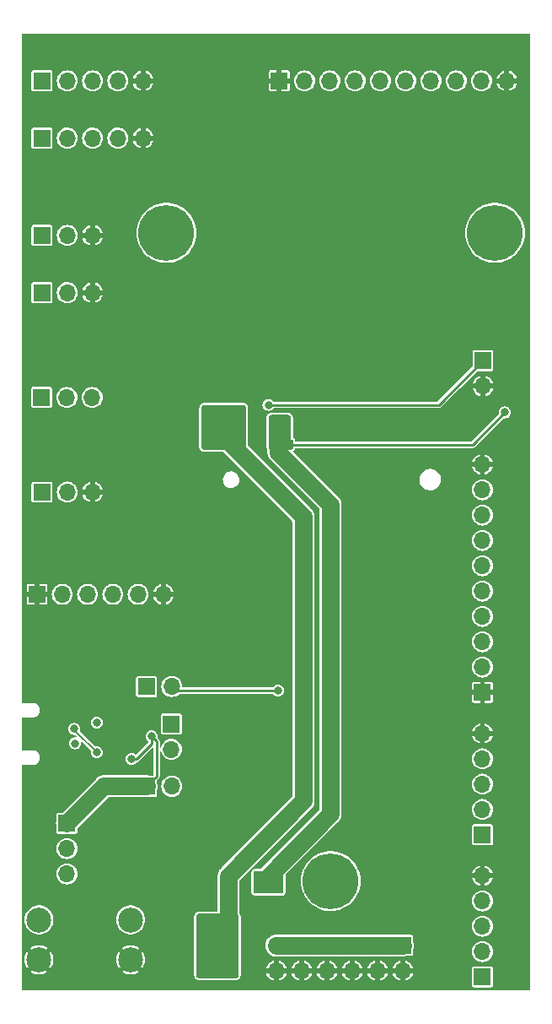
<source format=gbl>
G04 #@! TF.GenerationSoftware,KiCad,Pcbnew,7.0.9+1*
G04 #@! TF.CreationDate,2023-12-16T14:52:44+01:00*
G04 #@! TF.ProjectId,byron,6279726f-6e2e-46b6-9963-61645f706362,rev?*
G04 #@! TF.SameCoordinates,Original*
G04 #@! TF.FileFunction,Copper,L2,Bot*
G04 #@! TF.FilePolarity,Positive*
%FSLAX46Y46*%
G04 Gerber Fmt 4.6, Leading zero omitted, Abs format (unit mm)*
G04 Created by KiCad (PCBNEW 7.0.9+1) date 2023-12-16 14:52:44*
%MOMM*%
%LPD*%
G01*
G04 APERTURE LIST*
G04 #@! TA.AperFunction,ComponentPad*
%ADD10R,1.700000X1.700000*%
G04 #@! TD*
G04 #@! TA.AperFunction,ComponentPad*
%ADD11O,1.700000X1.700000*%
G04 #@! TD*
G04 #@! TA.AperFunction,ComponentPad*
%ADD12C,5.600000*%
G04 #@! TD*
G04 #@! TA.AperFunction,ComponentPad*
%ADD13O,1.900000X1.000000*%
G04 #@! TD*
G04 #@! TA.AperFunction,ComponentPad*
%ADD14O,1.250000X1.050000*%
G04 #@! TD*
G04 #@! TA.AperFunction,ComponentPad*
%ADD15C,2.500000*%
G04 #@! TD*
G04 #@! TA.AperFunction,ViaPad*
%ADD16C,0.800000*%
G04 #@! TD*
G04 #@! TA.AperFunction,Conductor*
%ADD17C,0.200000*%
G04 #@! TD*
G04 #@! TA.AperFunction,Conductor*
%ADD18C,0.250000*%
G04 #@! TD*
G04 #@! TA.AperFunction,Conductor*
%ADD19C,1.800000*%
G04 #@! TD*
G04 APERTURE END LIST*
D10*
X90200000Y-41950000D03*
D11*
X92740000Y-41950000D03*
X95280000Y-41950000D03*
X97820000Y-41950000D03*
X100360000Y-41950000D03*
D10*
X100700000Y-96950000D03*
D11*
X103240000Y-96950000D03*
D10*
X134450000Y-97530000D03*
D11*
X134450000Y-94990000D03*
X134450000Y-92450000D03*
X134450000Y-89910000D03*
X134450000Y-87370000D03*
X134450000Y-84830000D03*
X134450000Y-82290000D03*
X134450000Y-79750000D03*
X134450000Y-77210000D03*
X134450000Y-74670000D03*
D10*
X126450000Y-122910000D03*
D11*
X126450000Y-125450000D03*
X123910000Y-122910000D03*
X123910000Y-125450000D03*
X121370000Y-122910000D03*
X121370000Y-125450000D03*
X118830000Y-122910000D03*
X118830000Y-125450000D03*
X116290000Y-122910000D03*
X116290000Y-125450000D03*
X113750000Y-122910000D03*
X113750000Y-125450000D03*
D10*
X89700000Y-87700000D03*
D11*
X92240000Y-87700000D03*
X94780000Y-87700000D03*
X97320000Y-87700000D03*
X99860000Y-87700000D03*
X102400000Y-87700000D03*
D10*
X103200000Y-100700000D03*
D11*
X103200000Y-103240000D03*
D10*
X134450000Y-126070000D03*
D11*
X134450000Y-123530000D03*
X134450000Y-120990000D03*
X134450000Y-118450000D03*
X134450000Y-115910000D03*
D10*
X92700000Y-110660000D03*
D11*
X92700000Y-113200000D03*
X92700000Y-115740000D03*
D10*
X90200000Y-57450000D03*
D11*
X92740000Y-57450000D03*
X95280000Y-57450000D03*
D10*
X114040000Y-36200000D03*
D11*
X116580000Y-36200000D03*
X119120000Y-36200000D03*
X121660000Y-36200000D03*
X124200000Y-36200000D03*
X126740000Y-36200000D03*
X129280000Y-36200000D03*
X131820000Y-36200000D03*
X134360000Y-36200000D03*
X136900000Y-36200000D03*
D12*
X135700000Y-51450000D03*
X102700000Y-51450000D03*
D10*
X134450000Y-111820000D03*
D11*
X134450000Y-109280000D03*
X134450000Y-106740000D03*
X134450000Y-104200000D03*
X134450000Y-101660000D03*
D10*
X100700000Y-106950000D03*
D11*
X103240000Y-106950000D03*
D10*
X90200000Y-51700000D03*
D11*
X92740000Y-51700000D03*
X95280000Y-51700000D03*
D12*
X119200000Y-116450000D03*
D10*
X134500000Y-64260000D03*
D11*
X134500000Y-66800000D03*
D10*
X90200000Y-77450000D03*
D11*
X92740000Y-77450000D03*
X95280000Y-77450000D03*
D10*
X90200000Y-36200000D03*
D11*
X92740000Y-36200000D03*
X95280000Y-36200000D03*
X97820000Y-36200000D03*
X100360000Y-36200000D03*
D10*
X90160000Y-67950000D03*
D11*
X92700000Y-67950000D03*
X95240000Y-67950000D03*
D13*
X89150000Y-97525000D03*
D14*
X92150000Y-99475000D03*
X92150000Y-103925000D03*
D13*
X89150000Y-105875000D03*
D15*
X89900000Y-120350000D03*
X99100000Y-120350000D03*
X89900000Y-124350000D03*
X99100000Y-124350000D03*
D16*
X93450000Y-101200000D03*
X95700000Y-103550000D03*
X113900000Y-97350000D03*
X95700000Y-101950000D03*
X125700000Y-92350000D03*
X115900000Y-44950000D03*
X130700000Y-39950000D03*
X112900000Y-46750000D03*
X122700000Y-74412500D03*
X102500000Y-126750000D03*
X128500000Y-74450000D03*
X135700000Y-39950000D03*
X112300000Y-92350000D03*
X124200000Y-74450000D03*
X127950000Y-39950000D03*
X130700000Y-47200000D03*
X111450000Y-49950000D03*
X115100000Y-39950000D03*
X133200000Y-39950000D03*
X122950000Y-39950000D03*
X112900000Y-55550000D03*
X113900000Y-102550000D03*
X120450000Y-39950000D03*
X117500000Y-119950000D03*
X129300000Y-55550000D03*
X112900000Y-65350000D03*
X119300000Y-112750000D03*
X132700000Y-58750000D03*
X125450000Y-39950000D03*
X112900000Y-60750000D03*
X118200000Y-39950000D03*
X109450000Y-121700000D03*
X108450000Y-120450000D03*
X109450000Y-125450000D03*
X107950000Y-69450000D03*
X106700000Y-69450000D03*
X108450000Y-121700000D03*
X108450000Y-124200000D03*
X109450000Y-122950000D03*
X108450000Y-122950000D03*
X110200000Y-73150000D03*
X109200000Y-69450000D03*
X109450000Y-124200000D03*
X109450000Y-120450000D03*
X108450000Y-125450000D03*
X101200000Y-101950000D03*
X99200000Y-104200000D03*
X112950000Y-68700000D03*
X93525291Y-102644627D03*
X95700000Y-100550000D03*
X113950000Y-72700000D03*
X112950000Y-115950000D03*
X111950000Y-115950000D03*
X136700000Y-69450000D03*
X113900000Y-70250000D03*
X113950000Y-71450000D03*
X114950000Y-72700000D03*
X113950000Y-115950000D03*
D17*
X93450000Y-101300000D02*
X93450000Y-101200000D01*
X95700000Y-103550000D02*
X93450000Y-101300000D01*
D18*
X113900000Y-97350000D02*
X103890000Y-97350000D01*
X103890000Y-97350000D02*
X103240000Y-96700000D01*
D19*
X109300000Y-72750000D02*
X116500000Y-79950000D01*
X108950000Y-115950000D02*
X108950000Y-120450000D01*
X109300000Y-71350000D02*
X109300000Y-72750000D01*
X116500000Y-79950000D02*
X116500000Y-108400000D01*
X116500000Y-108400000D02*
X108950000Y-115950000D01*
D18*
X99200000Y-104200000D02*
X99700000Y-104200000D01*
D19*
X96410000Y-106950000D02*
X92700000Y-110660000D01*
D18*
X99700000Y-104200000D02*
X101200000Y-102700000D01*
X101200000Y-102700000D02*
X101200000Y-101950000D01*
X101700000Y-102450000D02*
X101700000Y-105950000D01*
X101200000Y-101950000D02*
X101700000Y-102450000D01*
D19*
X100700000Y-106950000D02*
X96410000Y-106950000D01*
D18*
X101700000Y-105950000D02*
X100700000Y-106950000D01*
X112950000Y-68700000D02*
X130060000Y-68700000D01*
X130060000Y-68700000D02*
X134500000Y-64260000D01*
D19*
X113950000Y-73450000D02*
X119200000Y-78700000D01*
X113950000Y-72700000D02*
X113950000Y-73450000D01*
D18*
X114950000Y-72700000D02*
X133450000Y-72700000D01*
D19*
X119200000Y-78700000D02*
X119200000Y-109700000D01*
D18*
X114950000Y-72700000D02*
X113950000Y-72700000D01*
D19*
X119200000Y-109700000D02*
X112950000Y-115950000D01*
D18*
X133450000Y-72700000D02*
X136700000Y-69450000D01*
D19*
X113750000Y-122925000D02*
X116290000Y-122925000D01*
X123910000Y-122925000D02*
X126450000Y-122925000D01*
X121370000Y-122925000D02*
X123910000Y-122925000D01*
X116290000Y-122925000D02*
X118830000Y-122925000D01*
X118830000Y-122925000D02*
X121370000Y-122925000D01*
G04 #@! TA.AperFunction,Conductor*
G36*
X109657148Y-119701422D02*
G01*
X109713394Y-119712609D01*
X109750367Y-119719964D01*
X109777044Y-119731014D01*
X109849893Y-119779691D01*
X109870308Y-119800106D01*
X109918985Y-119872955D01*
X109930035Y-119899631D01*
X109948578Y-119992851D01*
X109950000Y-120007288D01*
X109950000Y-125892711D01*
X109948578Y-125907148D01*
X109930035Y-126000368D01*
X109918985Y-126027044D01*
X109870308Y-126099893D01*
X109849893Y-126120308D01*
X109777044Y-126168985D01*
X109750368Y-126180035D01*
X109657149Y-126198578D01*
X109642712Y-126200000D01*
X106007288Y-126200000D01*
X105992851Y-126198578D01*
X105899631Y-126180035D01*
X105872955Y-126168985D01*
X105800106Y-126120308D01*
X105779691Y-126099893D01*
X105731014Y-126027044D01*
X105719964Y-126000367D01*
X105701422Y-125907147D01*
X105700000Y-125892711D01*
X105700000Y-120007288D01*
X105701422Y-119992852D01*
X105719964Y-119899632D01*
X105719965Y-119899631D01*
X105719964Y-119899630D01*
X105731013Y-119872957D01*
X105779691Y-119800106D01*
X105800106Y-119779691D01*
X105819546Y-119766700D01*
X105872957Y-119731013D01*
X105899630Y-119719964D01*
X105958900Y-119708175D01*
X105992852Y-119701422D01*
X106007288Y-119700000D01*
X109642712Y-119700000D01*
X109657148Y-119701422D01*
G37*
G04 #@! TD.AperFunction*
G04 #@! TA.AperFunction,Conductor*
G36*
X114393039Y-115469685D02*
G01*
X114438794Y-115522489D01*
X114450000Y-115574000D01*
X114450000Y-117576000D01*
X114430315Y-117643039D01*
X114377511Y-117688794D01*
X114326000Y-117700000D01*
X111574000Y-117700000D01*
X111506961Y-117680315D01*
X111461206Y-117627511D01*
X111450000Y-117576000D01*
X111450000Y-115574000D01*
X111469685Y-115506961D01*
X111522489Y-115461206D01*
X111574000Y-115450000D01*
X114326000Y-115450000D01*
X114393039Y-115469685D01*
G37*
G04 #@! TD.AperFunction*
G04 #@! TA.AperFunction,Conductor*
G36*
X139173566Y-31467313D02*
G01*
X139198876Y-31511150D01*
X139200000Y-31524000D01*
X139200000Y-127376000D01*
X139182687Y-127423566D01*
X139138850Y-127448876D01*
X139126000Y-127450000D01*
X88274000Y-127450000D01*
X88226434Y-127432687D01*
X88201124Y-127388850D01*
X88200000Y-127376000D01*
X88200000Y-126939746D01*
X133399500Y-126939746D01*
X133411133Y-126998232D01*
X133440608Y-127042343D01*
X133455448Y-127064552D01*
X133499560Y-127094027D01*
X133521767Y-127108866D01*
X133521768Y-127108866D01*
X133521769Y-127108867D01*
X133580252Y-127120500D01*
X133580254Y-127120500D01*
X135319746Y-127120500D01*
X135319748Y-127120500D01*
X135378231Y-127108867D01*
X135444552Y-127064552D01*
X135488867Y-126998231D01*
X135500500Y-126939748D01*
X135500500Y-125200252D01*
X135488867Y-125141769D01*
X135444552Y-125075448D01*
X135420786Y-125059568D01*
X135378232Y-125031133D01*
X135378233Y-125031133D01*
X135347640Y-125025048D01*
X135319748Y-125019500D01*
X133580252Y-125019500D01*
X133552360Y-125025048D01*
X133521767Y-125031133D01*
X133455449Y-125075447D01*
X133455447Y-125075449D01*
X133411133Y-125141767D01*
X133399500Y-125200253D01*
X133399500Y-126939746D01*
X88200000Y-126939746D01*
X88200000Y-125897747D01*
X105494500Y-125897747D01*
X105494996Y-125907850D01*
X105497404Y-125932297D01*
X105497404Y-125932298D01*
X105498884Y-125942280D01*
X105518411Y-126040455D01*
X105518411Y-126040458D01*
X105530106Y-126079006D01*
X105541152Y-126105676D01*
X105541160Y-126105692D01*
X105560140Y-126141202D01*
X105560148Y-126141215D01*
X105608825Y-126214064D01*
X105634381Y-126245203D01*
X105654796Y-126265618D01*
X105685935Y-126291174D01*
X105758784Y-126339851D01*
X105758788Y-126339853D01*
X105758796Y-126339858D01*
X105777365Y-126349783D01*
X105794311Y-126358841D01*
X105794316Y-126358843D01*
X105794320Y-126358845D01*
X105820972Y-126369885D01*
X105820976Y-126369886D01*
X105820987Y-126369891D01*
X105820993Y-126369893D01*
X105820999Y-126369895D01*
X105859535Y-126381585D01*
X105859546Y-126381588D01*
X105918546Y-126393323D01*
X105957704Y-126401112D01*
X105957705Y-126401113D01*
X105967694Y-126402595D01*
X105992151Y-126405004D01*
X105992158Y-126405004D01*
X105992165Y-126405005D01*
X106002243Y-126405500D01*
X106002252Y-126405500D01*
X109647748Y-126405500D01*
X109647757Y-126405500D01*
X109657835Y-126405005D01*
X109657841Y-126405004D01*
X109657849Y-126405004D01*
X109682306Y-126402595D01*
X109692295Y-126401113D01*
X109692295Y-126401112D01*
X109757444Y-126388153D01*
X109790456Y-126381587D01*
X109790463Y-126381585D01*
X109828999Y-126369895D01*
X109828999Y-126369894D01*
X109829012Y-126369891D01*
X109855688Y-126358841D01*
X109891215Y-126339851D01*
X109964064Y-126291174D01*
X109995203Y-126265618D01*
X110015618Y-126245203D01*
X110041174Y-126214064D01*
X110089851Y-126141215D01*
X110108841Y-126105688D01*
X110119891Y-126079012D01*
X110131586Y-126040460D01*
X110151113Y-125942292D01*
X110151114Y-125942290D01*
X110152595Y-125932305D01*
X110155004Y-125907848D01*
X110155500Y-125897747D01*
X110155500Y-125700000D01*
X112728590Y-125700000D01*
X112775233Y-125853764D01*
X112872731Y-126036169D01*
X112872737Y-126036178D01*
X113003945Y-126196054D01*
X113163821Y-126327262D01*
X113163830Y-126327268D01*
X113346235Y-126424766D01*
X113500000Y-126471410D01*
X113500000Y-125885501D01*
X113607685Y-125934680D01*
X113714237Y-125950000D01*
X113785763Y-125950000D01*
X113892315Y-125934680D01*
X114000000Y-125885501D01*
X114000000Y-126471410D01*
X114153764Y-126424766D01*
X114336169Y-126327268D01*
X114336178Y-126327262D01*
X114496054Y-126196054D01*
X114627262Y-126036178D01*
X114627268Y-126036169D01*
X114724766Y-125853764D01*
X114771410Y-125700000D01*
X115268590Y-125700000D01*
X115315233Y-125853764D01*
X115412731Y-126036169D01*
X115412737Y-126036178D01*
X115543945Y-126196054D01*
X115703821Y-126327262D01*
X115703830Y-126327268D01*
X115886235Y-126424766D01*
X116040000Y-126471410D01*
X116040000Y-125885501D01*
X116147685Y-125934680D01*
X116254237Y-125950000D01*
X116325763Y-125950000D01*
X116432315Y-125934680D01*
X116540000Y-125885501D01*
X116540000Y-126471410D01*
X116693764Y-126424766D01*
X116876169Y-126327268D01*
X116876178Y-126327262D01*
X117036054Y-126196054D01*
X117167262Y-126036178D01*
X117167268Y-126036169D01*
X117264766Y-125853764D01*
X117311410Y-125700000D01*
X117808590Y-125700000D01*
X117855233Y-125853764D01*
X117952731Y-126036169D01*
X117952737Y-126036178D01*
X118083945Y-126196054D01*
X118243821Y-126327262D01*
X118243830Y-126327268D01*
X118426235Y-126424766D01*
X118580000Y-126471410D01*
X118580000Y-125885501D01*
X118687685Y-125934680D01*
X118794237Y-125950000D01*
X118865763Y-125950000D01*
X118972315Y-125934680D01*
X119080000Y-125885501D01*
X119080000Y-126471410D01*
X119233764Y-126424766D01*
X119416169Y-126327268D01*
X119416178Y-126327262D01*
X119576054Y-126196054D01*
X119707262Y-126036178D01*
X119707268Y-126036169D01*
X119804766Y-125853764D01*
X119851410Y-125700000D01*
X120348590Y-125700000D01*
X120395233Y-125853764D01*
X120492731Y-126036169D01*
X120492737Y-126036178D01*
X120623945Y-126196054D01*
X120783821Y-126327262D01*
X120783830Y-126327268D01*
X120966235Y-126424766D01*
X121120000Y-126471410D01*
X121120000Y-125885501D01*
X121227685Y-125934680D01*
X121334237Y-125950000D01*
X121405763Y-125950000D01*
X121512315Y-125934680D01*
X121620000Y-125885501D01*
X121620000Y-126471410D01*
X121773764Y-126424766D01*
X121956169Y-126327268D01*
X121956178Y-126327262D01*
X122116054Y-126196054D01*
X122247262Y-126036178D01*
X122247268Y-126036169D01*
X122344766Y-125853764D01*
X122391410Y-125700000D01*
X122888590Y-125700000D01*
X122935233Y-125853764D01*
X123032731Y-126036169D01*
X123032737Y-126036178D01*
X123163945Y-126196054D01*
X123323821Y-126327262D01*
X123323830Y-126327268D01*
X123506235Y-126424766D01*
X123660000Y-126471410D01*
X123660000Y-125885501D01*
X123767685Y-125934680D01*
X123874237Y-125950000D01*
X123945763Y-125950000D01*
X124052315Y-125934680D01*
X124160000Y-125885501D01*
X124160000Y-126471410D01*
X124313764Y-126424766D01*
X124496169Y-126327268D01*
X124496178Y-126327262D01*
X124656054Y-126196054D01*
X124787262Y-126036178D01*
X124787268Y-126036169D01*
X124884766Y-125853764D01*
X124931410Y-125700000D01*
X125428590Y-125700000D01*
X125475233Y-125853764D01*
X125572731Y-126036169D01*
X125572737Y-126036178D01*
X125703945Y-126196054D01*
X125863821Y-126327262D01*
X125863830Y-126327268D01*
X126046235Y-126424766D01*
X126200000Y-126471410D01*
X126200000Y-125885501D01*
X126307685Y-125934680D01*
X126414237Y-125950000D01*
X126485763Y-125950000D01*
X126592315Y-125934680D01*
X126700000Y-125885501D01*
X126700000Y-126471410D01*
X126853764Y-126424766D01*
X127036169Y-126327268D01*
X127036178Y-126327262D01*
X127196054Y-126196054D01*
X127327262Y-126036178D01*
X127327268Y-126036169D01*
X127424766Y-125853764D01*
X127471410Y-125700000D01*
X126883686Y-125700000D01*
X126909493Y-125659844D01*
X126950000Y-125521889D01*
X126950000Y-125378111D01*
X126909493Y-125240156D01*
X126883686Y-125200000D01*
X127471410Y-125200000D01*
X127424766Y-125046235D01*
X127327268Y-124863830D01*
X127327262Y-124863821D01*
X127196054Y-124703945D01*
X127036178Y-124572737D01*
X127036169Y-124572731D01*
X126853760Y-124475231D01*
X126853759Y-124475230D01*
X126700000Y-124428587D01*
X126700000Y-125014498D01*
X126592315Y-124965320D01*
X126485763Y-124950000D01*
X126414237Y-124950000D01*
X126307685Y-124965320D01*
X126200000Y-125014498D01*
X126200000Y-124428588D01*
X126199999Y-124428587D01*
X126046240Y-124475230D01*
X126046239Y-124475231D01*
X125863830Y-124572731D01*
X125863821Y-124572737D01*
X125703945Y-124703945D01*
X125572737Y-124863821D01*
X125572731Y-124863830D01*
X125475233Y-125046235D01*
X125428590Y-125200000D01*
X126016314Y-125200000D01*
X125990507Y-125240156D01*
X125950000Y-125378111D01*
X125950000Y-125521889D01*
X125990507Y-125659844D01*
X126016314Y-125700000D01*
X125428590Y-125700000D01*
X124931410Y-125700000D01*
X124343686Y-125700000D01*
X124369493Y-125659844D01*
X124410000Y-125521889D01*
X124410000Y-125378111D01*
X124369493Y-125240156D01*
X124343686Y-125200000D01*
X124931410Y-125200000D01*
X124884766Y-125046235D01*
X124787268Y-124863830D01*
X124787262Y-124863821D01*
X124656054Y-124703945D01*
X124496178Y-124572737D01*
X124496169Y-124572731D01*
X124313760Y-124475231D01*
X124313759Y-124475230D01*
X124160000Y-124428587D01*
X124160000Y-125014498D01*
X124052315Y-124965320D01*
X123945763Y-124950000D01*
X123874237Y-124950000D01*
X123767685Y-124965320D01*
X123660000Y-125014498D01*
X123660000Y-124428588D01*
X123659999Y-124428587D01*
X123506240Y-124475230D01*
X123506239Y-124475231D01*
X123323830Y-124572731D01*
X123323821Y-124572737D01*
X123163945Y-124703945D01*
X123032737Y-124863821D01*
X123032731Y-124863830D01*
X122935233Y-125046235D01*
X122888590Y-125200000D01*
X123476314Y-125200000D01*
X123450507Y-125240156D01*
X123410000Y-125378111D01*
X123410000Y-125521889D01*
X123450507Y-125659844D01*
X123476314Y-125700000D01*
X122888590Y-125700000D01*
X122391410Y-125700000D01*
X121803686Y-125700000D01*
X121829493Y-125659844D01*
X121870000Y-125521889D01*
X121870000Y-125378111D01*
X121829493Y-125240156D01*
X121803686Y-125200000D01*
X122391410Y-125200000D01*
X122344766Y-125046235D01*
X122247268Y-124863830D01*
X122247262Y-124863821D01*
X122116054Y-124703945D01*
X121956178Y-124572737D01*
X121956169Y-124572731D01*
X121773760Y-124475231D01*
X121773759Y-124475230D01*
X121620000Y-124428587D01*
X121620000Y-125014498D01*
X121512315Y-124965320D01*
X121405763Y-124950000D01*
X121334237Y-124950000D01*
X121227685Y-124965320D01*
X121120000Y-125014498D01*
X121120000Y-124428588D01*
X121119999Y-124428587D01*
X120966240Y-124475230D01*
X120966239Y-124475231D01*
X120783830Y-124572731D01*
X120783821Y-124572737D01*
X120623945Y-124703945D01*
X120492737Y-124863821D01*
X120492731Y-124863830D01*
X120395233Y-125046235D01*
X120348590Y-125200000D01*
X120936314Y-125200000D01*
X120910507Y-125240156D01*
X120870000Y-125378111D01*
X120870000Y-125521889D01*
X120910507Y-125659844D01*
X120936314Y-125700000D01*
X120348590Y-125700000D01*
X119851410Y-125700000D01*
X119263686Y-125700000D01*
X119289493Y-125659844D01*
X119330000Y-125521889D01*
X119330000Y-125378111D01*
X119289493Y-125240156D01*
X119263686Y-125200000D01*
X119851410Y-125200000D01*
X119804766Y-125046235D01*
X119707268Y-124863830D01*
X119707262Y-124863821D01*
X119576054Y-124703945D01*
X119416178Y-124572737D01*
X119416169Y-124572731D01*
X119233760Y-124475231D01*
X119233759Y-124475230D01*
X119080000Y-124428587D01*
X119080000Y-125014498D01*
X118972315Y-124965320D01*
X118865763Y-124950000D01*
X118794237Y-124950000D01*
X118687685Y-124965320D01*
X118580000Y-125014498D01*
X118580000Y-124428588D01*
X118579999Y-124428587D01*
X118426240Y-124475230D01*
X118426239Y-124475231D01*
X118243830Y-124572731D01*
X118243821Y-124572737D01*
X118083945Y-124703945D01*
X117952737Y-124863821D01*
X117952731Y-124863830D01*
X117855233Y-125046235D01*
X117808590Y-125200000D01*
X118396314Y-125200000D01*
X118370507Y-125240156D01*
X118330000Y-125378111D01*
X118330000Y-125521889D01*
X118370507Y-125659844D01*
X118396314Y-125700000D01*
X117808590Y-125700000D01*
X117311410Y-125700000D01*
X116723686Y-125700000D01*
X116749493Y-125659844D01*
X116790000Y-125521889D01*
X116790000Y-125378111D01*
X116749493Y-125240156D01*
X116723686Y-125200000D01*
X117311410Y-125200000D01*
X117264766Y-125046235D01*
X117167268Y-124863830D01*
X117167262Y-124863821D01*
X117036054Y-124703945D01*
X116876178Y-124572737D01*
X116876169Y-124572731D01*
X116693760Y-124475231D01*
X116693759Y-124475230D01*
X116540000Y-124428587D01*
X116540000Y-125014498D01*
X116432315Y-124965320D01*
X116325763Y-124950000D01*
X116254237Y-124950000D01*
X116147685Y-124965320D01*
X116040000Y-125014498D01*
X116040000Y-124428588D01*
X116039999Y-124428587D01*
X115886240Y-124475230D01*
X115886239Y-124475231D01*
X115703830Y-124572731D01*
X115703821Y-124572737D01*
X115543945Y-124703945D01*
X115412737Y-124863821D01*
X115412731Y-124863830D01*
X115315233Y-125046235D01*
X115268590Y-125200000D01*
X115856314Y-125200000D01*
X115830507Y-125240156D01*
X115790000Y-125378111D01*
X115790000Y-125521889D01*
X115830507Y-125659844D01*
X115856314Y-125700000D01*
X115268590Y-125700000D01*
X114771410Y-125700000D01*
X114183686Y-125700000D01*
X114209493Y-125659844D01*
X114250000Y-125521889D01*
X114250000Y-125378111D01*
X114209493Y-125240156D01*
X114183686Y-125200000D01*
X114771410Y-125200000D01*
X114724766Y-125046235D01*
X114627268Y-124863830D01*
X114627262Y-124863821D01*
X114496054Y-124703945D01*
X114336178Y-124572737D01*
X114336169Y-124572731D01*
X114153760Y-124475231D01*
X114153759Y-124475230D01*
X114000000Y-124428587D01*
X114000000Y-125014498D01*
X113892315Y-124965320D01*
X113785763Y-124950000D01*
X113714237Y-124950000D01*
X113607685Y-124965320D01*
X113500000Y-125014498D01*
X113500000Y-124428588D01*
X113499999Y-124428587D01*
X113346240Y-124475230D01*
X113346239Y-124475231D01*
X113163830Y-124572731D01*
X113163821Y-124572737D01*
X113003945Y-124703945D01*
X112872737Y-124863821D01*
X112872731Y-124863830D01*
X112775233Y-125046235D01*
X112728590Y-125200000D01*
X113316314Y-125200000D01*
X113290507Y-125240156D01*
X113250000Y-125378111D01*
X113250000Y-125521889D01*
X113290507Y-125659844D01*
X113316314Y-125700000D01*
X112728590Y-125700000D01*
X110155500Y-125700000D01*
X110155500Y-122872402D01*
X112645745Y-122872402D01*
X112655746Y-123082331D01*
X112680807Y-123185633D01*
X112705296Y-123286576D01*
X112792604Y-123477753D01*
X112792605Y-123477754D01*
X112914514Y-123648952D01*
X113066620Y-123793985D01*
X113066622Y-123793986D01*
X113243428Y-123907613D01*
X113438543Y-123985725D01*
X113644915Y-124025500D01*
X113644916Y-124025500D01*
X126502418Y-124025500D01*
X126502425Y-124025500D01*
X126659218Y-124010528D01*
X126819387Y-123963497D01*
X126840235Y-123960500D01*
X127319746Y-123960500D01*
X127319748Y-123960500D01*
X127378231Y-123948867D01*
X127444552Y-123904552D01*
X127488867Y-123838231D01*
X127500500Y-123779748D01*
X127500500Y-123530000D01*
X133394417Y-123530000D01*
X133414700Y-123735934D01*
X133465848Y-123904550D01*
X133474769Y-123933956D01*
X133572315Y-124116450D01*
X133586252Y-124133433D01*
X133703590Y-124276410D01*
X133863550Y-124407685D01*
X134046046Y-124505232D01*
X134244066Y-124565300D01*
X134450000Y-124585583D01*
X134655934Y-124565300D01*
X134853954Y-124505232D01*
X135036450Y-124407685D01*
X135196410Y-124276410D01*
X135327685Y-124116450D01*
X135425232Y-123933954D01*
X135485300Y-123735934D01*
X135505583Y-123530000D01*
X135485300Y-123324066D01*
X135425232Y-123126046D01*
X135327685Y-122943550D01*
X135196410Y-122783590D01*
X135177011Y-122767670D01*
X135036450Y-122652315D01*
X134853956Y-122554769D01*
X134853955Y-122554768D01*
X134853954Y-122554768D01*
X134742158Y-122520855D01*
X134655935Y-122494700D01*
X134450000Y-122474417D01*
X134244064Y-122494700D01*
X134046043Y-122554769D01*
X133863549Y-122652315D01*
X133703590Y-122783589D01*
X133703589Y-122783590D01*
X133572315Y-122943549D01*
X133474769Y-123126043D01*
X133414700Y-123324064D01*
X133414700Y-123324066D01*
X133394417Y-123530000D01*
X127500500Y-123530000D01*
X127500500Y-123266968D01*
X127504569Y-123242767D01*
X127524344Y-123185633D01*
X127554254Y-122977602D01*
X127544254Y-122767670D01*
X127502586Y-122595913D01*
X127500500Y-122578467D01*
X127500500Y-122040253D01*
X127497526Y-122025300D01*
X127488867Y-121981769D01*
X127444552Y-121915448D01*
X127419462Y-121898683D01*
X127378232Y-121871133D01*
X127378233Y-121871133D01*
X127348989Y-121865316D01*
X127319748Y-121859500D01*
X127319746Y-121859500D01*
X126743750Y-121859500D01*
X126729745Y-121858163D01*
X126728806Y-121857982D01*
X126555085Y-121824500D01*
X124015085Y-121824500D01*
X121475085Y-121824500D01*
X118935085Y-121824500D01*
X116395085Y-121824500D01*
X113697575Y-121824500D01*
X113540779Y-121839472D01*
X113339126Y-121898683D01*
X113339122Y-121898685D01*
X113152321Y-121994986D01*
X112987113Y-122124908D01*
X112849483Y-122283740D01*
X112744396Y-122465756D01*
X112744394Y-122465760D01*
X112675657Y-122664363D01*
X112675656Y-122664366D01*
X112645745Y-122872402D01*
X110155500Y-122872402D01*
X110155500Y-120990000D01*
X133394417Y-120990000D01*
X133414700Y-121195934D01*
X133474768Y-121393954D01*
X133572315Y-121576450D01*
X133703590Y-121736410D01*
X133863550Y-121867685D01*
X134046046Y-121965232D01*
X134244066Y-122025300D01*
X134450000Y-122045583D01*
X134655934Y-122025300D01*
X134853954Y-121965232D01*
X135036450Y-121867685D01*
X135196410Y-121736410D01*
X135327685Y-121576450D01*
X135425232Y-121393954D01*
X135485300Y-121195934D01*
X135505583Y-120990000D01*
X135485300Y-120784066D01*
X135425232Y-120586046D01*
X135327685Y-120403550D01*
X135196410Y-120243590D01*
X135036450Y-120112315D01*
X134853954Y-120014768D01*
X134742158Y-119980855D01*
X134655935Y-119954700D01*
X134450000Y-119934417D01*
X134244064Y-119954700D01*
X134046043Y-120014769D01*
X133863549Y-120112315D01*
X133703590Y-120243589D01*
X133703589Y-120243590D01*
X133572315Y-120403549D01*
X133474769Y-120586043D01*
X133414700Y-120784064D01*
X133410905Y-120822597D01*
X133394417Y-120990000D01*
X110155500Y-120990000D01*
X110155500Y-120002252D01*
X110155004Y-119992151D01*
X110152595Y-119967694D01*
X110151113Y-119957705D01*
X110151112Y-119957704D01*
X110150514Y-119954700D01*
X110135141Y-119877409D01*
X110131588Y-119859546D01*
X110131585Y-119859535D01*
X110119895Y-119820999D01*
X110119889Y-119820984D01*
X110108841Y-119794311D01*
X110099783Y-119777365D01*
X110089858Y-119758796D01*
X110089849Y-119758782D01*
X110062972Y-119718557D01*
X110050500Y-119677444D01*
X110050500Y-117576000D01*
X111244500Y-117576000D01*
X111249197Y-117619684D01*
X111260402Y-117671195D01*
X111262888Y-117681370D01*
X111262889Y-117681372D01*
X111305899Y-117762083D01*
X111305901Y-117762087D01*
X111335491Y-117796235D01*
X111351655Y-117814889D01*
X111351658Y-117814892D01*
X111351657Y-117814892D01*
X111360176Y-117823586D01*
X111369246Y-117832843D01*
X111449061Y-117877489D01*
X111449060Y-117877489D01*
X111516098Y-117897174D01*
X111516099Y-117897174D01*
X111516102Y-117897175D01*
X111574000Y-117905500D01*
X111574004Y-117905500D01*
X114326001Y-117905500D01*
X114330241Y-117905043D01*
X114369684Y-117900803D01*
X114395439Y-117895200D01*
X114421195Y-117889598D01*
X114431370Y-117887111D01*
X114431371Y-117887110D01*
X114431373Y-117887110D01*
X114512085Y-117844100D01*
X114564889Y-117798345D01*
X114564892Y-117798342D01*
X114564892Y-117798343D01*
X114570628Y-117792721D01*
X114582843Y-117780754D01*
X114627490Y-117700937D01*
X114647175Y-117633898D01*
X114655500Y-117576000D01*
X114655500Y-116450000D01*
X116194415Y-116450000D01*
X116214737Y-116798925D01*
X116275432Y-117143143D01*
X116375671Y-117477966D01*
X116375673Y-117477969D01*
X116375674Y-117477971D01*
X116514111Y-117798904D01*
X116559482Y-117877489D01*
X116656796Y-118046043D01*
X116688870Y-118101596D01*
X116897588Y-118381953D01*
X117137442Y-118636183D01*
X117137448Y-118636188D01*
X117137451Y-118636191D01*
X117334452Y-118801493D01*
X117405189Y-118860849D01*
X117697207Y-119052913D01*
X117982931Y-119196409D01*
X118009555Y-119209780D01*
X118337983Y-119329317D01*
X118337995Y-119329321D01*
X118678077Y-119409921D01*
X118678080Y-119409921D01*
X118678086Y-119409923D01*
X119025241Y-119450500D01*
X119374759Y-119450500D01*
X119721914Y-119409923D01*
X119801391Y-119391086D01*
X120062004Y-119329321D01*
X120062007Y-119329319D01*
X120062011Y-119329319D01*
X120199781Y-119279175D01*
X120390444Y-119209780D01*
X120390447Y-119209778D01*
X120390451Y-119209777D01*
X120702793Y-119052913D01*
X120994811Y-118860849D01*
X121262558Y-118636183D01*
X121438213Y-118450000D01*
X133394417Y-118450000D01*
X133414700Y-118655934D01*
X133474768Y-118853954D01*
X133572315Y-119036450D01*
X133703590Y-119196410D01*
X133863550Y-119327685D01*
X134046046Y-119425232D01*
X134244066Y-119485300D01*
X134450000Y-119505583D01*
X134655934Y-119485300D01*
X134853954Y-119425232D01*
X135036450Y-119327685D01*
X135196410Y-119196410D01*
X135327685Y-119036450D01*
X135425232Y-118853954D01*
X135485300Y-118655934D01*
X135505583Y-118450000D01*
X135485300Y-118244066D01*
X135425232Y-118046046D01*
X135327685Y-117863550D01*
X135196410Y-117703590D01*
X135193177Y-117700937D01*
X135036450Y-117572315D01*
X134853956Y-117474769D01*
X134853955Y-117474768D01*
X134853954Y-117474768D01*
X134742158Y-117440855D01*
X134655935Y-117414700D01*
X134450000Y-117394417D01*
X134244064Y-117414700D01*
X134046043Y-117474769D01*
X133863549Y-117572315D01*
X133703590Y-117703589D01*
X133703589Y-117703590D01*
X133572315Y-117863549D01*
X133474769Y-118046043D01*
X133414700Y-118244064D01*
X133414700Y-118244066D01*
X133394417Y-118450000D01*
X121438213Y-118450000D01*
X121502412Y-118381953D01*
X121711130Y-118101596D01*
X121885889Y-117798904D01*
X122024326Y-117477971D01*
X122024327Y-117477967D01*
X122024328Y-117477966D01*
X122124567Y-117143143D01*
X122124567Y-117143142D01*
X122124569Y-117143136D01*
X122185262Y-116798927D01*
X122205585Y-116450000D01*
X122188694Y-116160000D01*
X133428590Y-116160000D01*
X133475233Y-116313764D01*
X133572731Y-116496169D01*
X133572737Y-116496178D01*
X133703945Y-116656054D01*
X133863821Y-116787262D01*
X133863830Y-116787268D01*
X134046235Y-116884766D01*
X134200000Y-116931410D01*
X134200000Y-116345501D01*
X134307685Y-116394680D01*
X134414237Y-116410000D01*
X134485763Y-116410000D01*
X134592315Y-116394680D01*
X134700000Y-116345501D01*
X134700000Y-116931410D01*
X134853764Y-116884766D01*
X135036169Y-116787268D01*
X135036178Y-116787262D01*
X135196054Y-116656054D01*
X135327262Y-116496178D01*
X135327268Y-116496169D01*
X135424766Y-116313764D01*
X135471410Y-116160000D01*
X134883686Y-116160000D01*
X134909493Y-116119844D01*
X134950000Y-115981889D01*
X134950000Y-115838111D01*
X134909493Y-115700156D01*
X134883686Y-115660000D01*
X135471410Y-115660000D01*
X135424766Y-115506235D01*
X135327268Y-115323830D01*
X135327262Y-115323821D01*
X135196054Y-115163945D01*
X135036178Y-115032737D01*
X135036169Y-115032731D01*
X134853760Y-114935231D01*
X134853759Y-114935230D01*
X134700000Y-114888587D01*
X134700000Y-115474498D01*
X134592315Y-115425320D01*
X134485763Y-115410000D01*
X134414237Y-115410000D01*
X134307685Y-115425320D01*
X134200000Y-115474498D01*
X134200000Y-114888588D01*
X134199999Y-114888587D01*
X134046240Y-114935230D01*
X134046239Y-114935231D01*
X133863830Y-115032731D01*
X133863821Y-115032737D01*
X133703945Y-115163945D01*
X133572737Y-115323821D01*
X133572731Y-115323830D01*
X133475233Y-115506235D01*
X133428590Y-115660000D01*
X134016314Y-115660000D01*
X133990507Y-115700156D01*
X133950000Y-115838111D01*
X133950000Y-115981889D01*
X133990507Y-116119844D01*
X134016314Y-116160000D01*
X133428590Y-116160000D01*
X122188694Y-116160000D01*
X122185262Y-116101073D01*
X122124569Y-115756864D01*
X122124567Y-115756856D01*
X122024328Y-115422033D01*
X122024326Y-115422030D01*
X122001558Y-115369247D01*
X121885889Y-115101096D01*
X121711130Y-114798404D01*
X121502412Y-114518047D01*
X121262558Y-114263817D01*
X121262551Y-114263811D01*
X121262548Y-114263808D01*
X120994811Y-114039151D01*
X120702793Y-113847087D01*
X120545202Y-113767942D01*
X120390444Y-113690219D01*
X120062016Y-113570682D01*
X120062004Y-113570678D01*
X119721922Y-113490078D01*
X119721912Y-113490076D01*
X119374759Y-113449500D01*
X119025241Y-113449500D01*
X118678087Y-113490076D01*
X118678077Y-113490078D01*
X118337995Y-113570678D01*
X118337983Y-113570682D01*
X118009555Y-113690219D01*
X117697203Y-113847089D01*
X117405188Y-114039151D01*
X117137451Y-114263808D01*
X117137443Y-114263816D01*
X116897587Y-114518047D01*
X116688872Y-114798400D01*
X116688871Y-114798401D01*
X116514109Y-115101099D01*
X116514109Y-115101100D01*
X116375673Y-115422030D01*
X116375671Y-115422033D01*
X116275432Y-115756856D01*
X116214737Y-116101074D01*
X116194415Y-116450000D01*
X114655500Y-116450000D01*
X114655500Y-115831493D01*
X114672813Y-115783927D01*
X114677163Y-115779178D01*
X117766594Y-112689746D01*
X133399500Y-112689746D01*
X133411133Y-112748232D01*
X133440608Y-112792343D01*
X133455448Y-112814552D01*
X133499560Y-112844027D01*
X133521767Y-112858866D01*
X133521768Y-112858866D01*
X133521769Y-112858867D01*
X133580252Y-112870500D01*
X133580254Y-112870500D01*
X135319746Y-112870500D01*
X135319748Y-112870500D01*
X135378231Y-112858867D01*
X135444552Y-112814552D01*
X135488867Y-112748231D01*
X135500500Y-112689748D01*
X135500500Y-110950252D01*
X135488867Y-110891769D01*
X135444552Y-110825448D01*
X135422343Y-110810608D01*
X135378232Y-110781133D01*
X135378233Y-110781133D01*
X135348989Y-110775316D01*
X135319748Y-110769500D01*
X133580252Y-110769500D01*
X133551010Y-110775316D01*
X133521767Y-110781133D01*
X133455449Y-110825447D01*
X133455447Y-110825449D01*
X133411133Y-110891767D01*
X133399500Y-110950253D01*
X133399500Y-112689746D01*
X117766594Y-112689746D01*
X119908834Y-110547506D01*
X119918228Y-110539561D01*
X119923952Y-110535486D01*
X119987427Y-110468914D01*
X120015241Y-110441101D01*
X120022771Y-110431979D01*
X120024486Y-110430046D01*
X120068986Y-110383378D01*
X120089169Y-110351971D01*
X120091749Y-110348438D01*
X120115524Y-110319645D01*
X120146423Y-110263054D01*
X120147750Y-110260817D01*
X120182613Y-110206572D01*
X120196490Y-110171906D01*
X120198352Y-110167954D01*
X120216248Y-110135182D01*
X120235879Y-110073767D01*
X120236763Y-110071309D01*
X120260725Y-110011457D01*
X120267789Y-109974803D01*
X120268874Y-109970551D01*
X120280242Y-109934992D01*
X120287894Y-109870976D01*
X120288300Y-109868377D01*
X120288672Y-109866450D01*
X120300500Y-109805085D01*
X120300500Y-109767767D01*
X120300762Y-109763371D01*
X120305193Y-109726305D01*
X120305193Y-109726302D01*
X120300840Y-109665447D01*
X120300593Y-109661992D01*
X120300500Y-109659373D01*
X120300500Y-109280000D01*
X133394417Y-109280000D01*
X133414700Y-109485934D01*
X133469154Y-109665448D01*
X133474769Y-109683956D01*
X133572315Y-109866450D01*
X133657740Y-109970542D01*
X133703590Y-110026410D01*
X133863550Y-110157685D01*
X134046046Y-110255232D01*
X134244066Y-110315300D01*
X134450000Y-110335583D01*
X134655934Y-110315300D01*
X134853954Y-110255232D01*
X135036450Y-110157685D01*
X135196410Y-110026410D01*
X135327685Y-109866450D01*
X135425232Y-109683954D01*
X135485300Y-109485934D01*
X135505583Y-109280000D01*
X135485300Y-109074066D01*
X135425232Y-108876046D01*
X135327685Y-108693550D01*
X135196410Y-108533590D01*
X135161676Y-108505085D01*
X135036450Y-108402315D01*
X134853956Y-108304769D01*
X134853955Y-108304768D01*
X134853954Y-108304768D01*
X134742158Y-108270855D01*
X134655935Y-108244700D01*
X134450000Y-108224417D01*
X134244064Y-108244700D01*
X134046043Y-108304769D01*
X133863549Y-108402315D01*
X133703590Y-108533589D01*
X133703589Y-108533590D01*
X133572315Y-108693549D01*
X133474769Y-108876043D01*
X133414700Y-109074064D01*
X133398801Y-109235486D01*
X133394417Y-109280000D01*
X120300500Y-109280000D01*
X120300500Y-106740000D01*
X133394417Y-106740000D01*
X133414700Y-106945934D01*
X133474768Y-107143954D01*
X133572315Y-107326450D01*
X133703590Y-107486410D01*
X133863550Y-107617685D01*
X134046046Y-107715232D01*
X134244066Y-107775300D01*
X134450000Y-107795583D01*
X134655934Y-107775300D01*
X134853954Y-107715232D01*
X135036450Y-107617685D01*
X135196410Y-107486410D01*
X135327685Y-107326450D01*
X135425232Y-107143954D01*
X135485300Y-106945934D01*
X135505583Y-106740000D01*
X135485300Y-106534066D01*
X135425232Y-106336046D01*
X135327685Y-106153550D01*
X135196410Y-105993590D01*
X135179510Y-105979721D01*
X135036450Y-105862315D01*
X134853956Y-105764769D01*
X134853955Y-105764768D01*
X134853954Y-105764768D01*
X134742158Y-105730855D01*
X134655935Y-105704700D01*
X134450000Y-105684417D01*
X134244064Y-105704700D01*
X134046043Y-105764769D01*
X133863549Y-105862315D01*
X133703590Y-105993589D01*
X133703589Y-105993590D01*
X133572315Y-106153549D01*
X133474769Y-106336043D01*
X133474768Y-106336045D01*
X133474768Y-106336046D01*
X133472686Y-106342911D01*
X133414700Y-106534064D01*
X133406993Y-106612315D01*
X133394417Y-106740000D01*
X120300500Y-106740000D01*
X120300500Y-104200000D01*
X133394417Y-104200000D01*
X133414700Y-104405935D01*
X133432140Y-104463427D01*
X133474768Y-104603954D01*
X133572315Y-104786450D01*
X133703590Y-104946410D01*
X133863550Y-105077685D01*
X134046046Y-105175232D01*
X134244066Y-105235300D01*
X134450000Y-105255583D01*
X134655934Y-105235300D01*
X134853954Y-105175232D01*
X135036450Y-105077685D01*
X135196410Y-104946410D01*
X135327685Y-104786450D01*
X135425232Y-104603954D01*
X135485300Y-104405934D01*
X135505583Y-104200000D01*
X135485300Y-103994066D01*
X135425232Y-103796046D01*
X135327685Y-103613550D01*
X135196410Y-103453590D01*
X135187082Y-103445935D01*
X135036450Y-103322315D01*
X134853956Y-103224769D01*
X134853955Y-103224768D01*
X134853954Y-103224768D01*
X134742158Y-103190855D01*
X134655935Y-103164700D01*
X134450000Y-103144417D01*
X134244064Y-103164700D01*
X134046043Y-103224769D01*
X133863549Y-103322315D01*
X133703590Y-103453589D01*
X133703589Y-103453590D01*
X133572315Y-103613549D01*
X133474769Y-103796043D01*
X133414700Y-103994064D01*
X133394417Y-104200000D01*
X120300500Y-104200000D01*
X120300500Y-101910000D01*
X133428590Y-101910000D01*
X133475233Y-102063764D01*
X133572731Y-102246169D01*
X133572737Y-102246178D01*
X133703945Y-102406054D01*
X133863821Y-102537262D01*
X133863830Y-102537268D01*
X134046235Y-102634766D01*
X134200000Y-102681410D01*
X134200000Y-102095501D01*
X134307685Y-102144680D01*
X134414237Y-102160000D01*
X134485763Y-102160000D01*
X134592315Y-102144680D01*
X134700000Y-102095501D01*
X134700000Y-102681410D01*
X134853764Y-102634766D01*
X135036169Y-102537268D01*
X135036178Y-102537262D01*
X135196054Y-102406054D01*
X135327262Y-102246178D01*
X135327268Y-102246169D01*
X135424766Y-102063764D01*
X135471410Y-101910000D01*
X134883686Y-101910000D01*
X134909493Y-101869844D01*
X134950000Y-101731889D01*
X134950000Y-101588111D01*
X134909493Y-101450156D01*
X134883686Y-101410000D01*
X135471410Y-101410000D01*
X135424766Y-101256235D01*
X135327268Y-101073830D01*
X135327262Y-101073821D01*
X135196054Y-100913945D01*
X135036178Y-100782737D01*
X135036169Y-100782731D01*
X134853760Y-100685231D01*
X134853759Y-100685230D01*
X134700000Y-100638587D01*
X134700000Y-101224498D01*
X134592315Y-101175320D01*
X134485763Y-101160000D01*
X134414237Y-101160000D01*
X134307685Y-101175320D01*
X134200000Y-101224498D01*
X134200000Y-100638588D01*
X134199999Y-100638587D01*
X134046240Y-100685230D01*
X134046239Y-100685231D01*
X133863830Y-100782731D01*
X133863821Y-100782737D01*
X133703945Y-100913945D01*
X133572737Y-101073821D01*
X133572731Y-101073830D01*
X133475233Y-101256235D01*
X133428590Y-101410000D01*
X134016314Y-101410000D01*
X133990507Y-101450156D01*
X133950000Y-101588111D01*
X133950000Y-101731889D01*
X133990507Y-101869844D01*
X134016314Y-101910000D01*
X133428590Y-101910000D01*
X120300500Y-101910000D01*
X120300500Y-98399697D01*
X133400000Y-98399697D01*
X133411603Y-98458035D01*
X133455807Y-98524191D01*
X133455808Y-98524192D01*
X133521964Y-98568396D01*
X133580303Y-98580000D01*
X134200000Y-98580000D01*
X134200000Y-97965501D01*
X134307685Y-98014680D01*
X134414237Y-98030000D01*
X134485763Y-98030000D01*
X134592315Y-98014680D01*
X134700000Y-97965501D01*
X134700000Y-98580000D01*
X135319697Y-98580000D01*
X135378035Y-98568396D01*
X135444191Y-98524192D01*
X135444192Y-98524191D01*
X135488396Y-98458035D01*
X135500000Y-98399697D01*
X135500000Y-97780000D01*
X134883686Y-97780000D01*
X134909493Y-97739844D01*
X134950000Y-97601889D01*
X134950000Y-97458111D01*
X134909493Y-97320156D01*
X134883686Y-97280000D01*
X135500000Y-97280000D01*
X135500000Y-96660302D01*
X135488396Y-96601964D01*
X135444192Y-96535808D01*
X135444191Y-96535807D01*
X135378035Y-96491603D01*
X135319697Y-96480000D01*
X134700000Y-96480000D01*
X134700000Y-97094498D01*
X134592315Y-97045320D01*
X134485763Y-97030000D01*
X134414237Y-97030000D01*
X134307685Y-97045320D01*
X134200000Y-97094498D01*
X134200000Y-96480000D01*
X133580303Y-96480000D01*
X133521964Y-96491603D01*
X133455808Y-96535807D01*
X133455807Y-96535808D01*
X133411603Y-96601964D01*
X133400000Y-96660302D01*
X133400000Y-97280000D01*
X134016314Y-97280000D01*
X133990507Y-97320156D01*
X133950000Y-97458111D01*
X133950000Y-97601889D01*
X133990507Y-97739844D01*
X134016314Y-97780000D01*
X133400000Y-97780000D01*
X133400000Y-98399697D01*
X120300500Y-98399697D01*
X120300500Y-94990000D01*
X133394417Y-94990000D01*
X133414700Y-95195934D01*
X133474768Y-95393954D01*
X133572315Y-95576450D01*
X133703590Y-95736410D01*
X133863550Y-95867685D01*
X134046046Y-95965232D01*
X134244066Y-96025300D01*
X134450000Y-96045583D01*
X134655934Y-96025300D01*
X134853954Y-95965232D01*
X135036450Y-95867685D01*
X135196410Y-95736410D01*
X135327685Y-95576450D01*
X135425232Y-95393954D01*
X135485300Y-95195934D01*
X135505583Y-94990000D01*
X135485300Y-94784066D01*
X135425232Y-94586046D01*
X135327685Y-94403550D01*
X135196410Y-94243590D01*
X135036450Y-94112315D01*
X134853954Y-94014768D01*
X134742158Y-93980855D01*
X134655935Y-93954700D01*
X134450000Y-93934417D01*
X134244064Y-93954700D01*
X134046043Y-94014769D01*
X133863549Y-94112315D01*
X133703590Y-94243589D01*
X133703589Y-94243590D01*
X133572315Y-94403549D01*
X133474769Y-94586043D01*
X133414700Y-94784064D01*
X133414700Y-94784066D01*
X133394417Y-94990000D01*
X120300500Y-94990000D01*
X120300500Y-92450000D01*
X133394417Y-92450000D01*
X133414700Y-92655934D01*
X133474768Y-92853954D01*
X133572315Y-93036450D01*
X133703590Y-93196410D01*
X133863550Y-93327685D01*
X134046046Y-93425232D01*
X134244066Y-93485300D01*
X134450000Y-93505583D01*
X134655934Y-93485300D01*
X134853954Y-93425232D01*
X135036450Y-93327685D01*
X135196410Y-93196410D01*
X135327685Y-93036450D01*
X135425232Y-92853954D01*
X135485300Y-92655934D01*
X135505583Y-92450000D01*
X135485300Y-92244066D01*
X135425232Y-92046046D01*
X135327685Y-91863550D01*
X135196410Y-91703590D01*
X135036450Y-91572315D01*
X134853954Y-91474768D01*
X134742158Y-91440855D01*
X134655935Y-91414700D01*
X134450000Y-91394417D01*
X134244064Y-91414700D01*
X134046043Y-91474769D01*
X133863549Y-91572315D01*
X133703590Y-91703589D01*
X133703589Y-91703590D01*
X133572315Y-91863549D01*
X133474769Y-92046043D01*
X133414700Y-92244064D01*
X133414700Y-92244066D01*
X133394417Y-92450000D01*
X120300500Y-92450000D01*
X120300500Y-89910000D01*
X133394417Y-89910000D01*
X133414700Y-90115934D01*
X133474768Y-90313954D01*
X133572315Y-90496450D01*
X133703590Y-90656410D01*
X133863550Y-90787685D01*
X134046046Y-90885232D01*
X134244066Y-90945300D01*
X134450000Y-90965583D01*
X134655934Y-90945300D01*
X134853954Y-90885232D01*
X135036450Y-90787685D01*
X135196410Y-90656410D01*
X135327685Y-90496450D01*
X135425232Y-90313954D01*
X135485300Y-90115934D01*
X135505583Y-89910000D01*
X135485300Y-89704066D01*
X135425232Y-89506046D01*
X135327685Y-89323550D01*
X135196410Y-89163590D01*
X135036450Y-89032315D01*
X134853954Y-88934768D01*
X134742158Y-88900855D01*
X134655935Y-88874700D01*
X134450000Y-88854417D01*
X134244064Y-88874700D01*
X134046043Y-88934769D01*
X133863549Y-89032315D01*
X133703590Y-89163589D01*
X133703589Y-89163590D01*
X133572315Y-89323549D01*
X133474769Y-89506043D01*
X133414700Y-89704064D01*
X133414700Y-89704066D01*
X133394417Y-89910000D01*
X120300500Y-89910000D01*
X120300500Y-87370000D01*
X133394417Y-87370000D01*
X133414700Y-87575935D01*
X133440855Y-87662158D01*
X133474768Y-87773954D01*
X133572315Y-87956450D01*
X133703590Y-88116410D01*
X133863550Y-88247685D01*
X134046046Y-88345232D01*
X134244066Y-88405300D01*
X134450000Y-88425583D01*
X134655934Y-88405300D01*
X134853954Y-88345232D01*
X135036450Y-88247685D01*
X135196410Y-88116410D01*
X135327685Y-87956450D01*
X135425232Y-87773954D01*
X135485300Y-87575934D01*
X135505583Y-87370000D01*
X135485300Y-87164066D01*
X135425232Y-86966046D01*
X135327685Y-86783550D01*
X135196410Y-86623590D01*
X135036450Y-86492315D01*
X134853954Y-86394768D01*
X134742158Y-86360855D01*
X134655935Y-86334700D01*
X134450000Y-86314417D01*
X134244064Y-86334700D01*
X134046043Y-86394769D01*
X133863549Y-86492315D01*
X133703590Y-86623589D01*
X133703589Y-86623590D01*
X133572315Y-86783549D01*
X133474769Y-86966043D01*
X133414700Y-87164064D01*
X133394417Y-87370000D01*
X120300500Y-87370000D01*
X120300500Y-84830000D01*
X133394417Y-84830000D01*
X133414700Y-85035934D01*
X133474768Y-85233954D01*
X133572315Y-85416450D01*
X133703590Y-85576410D01*
X133863550Y-85707685D01*
X134046046Y-85805232D01*
X134244066Y-85865300D01*
X134450000Y-85885583D01*
X134655934Y-85865300D01*
X134853954Y-85805232D01*
X135036450Y-85707685D01*
X135196410Y-85576410D01*
X135327685Y-85416450D01*
X135425232Y-85233954D01*
X135485300Y-85035934D01*
X135505583Y-84830000D01*
X135485300Y-84624066D01*
X135425232Y-84426046D01*
X135327685Y-84243550D01*
X135196410Y-84083590D01*
X135036450Y-83952315D01*
X134853954Y-83854768D01*
X134742158Y-83820855D01*
X134655935Y-83794700D01*
X134450000Y-83774417D01*
X134244064Y-83794700D01*
X134046043Y-83854769D01*
X133863549Y-83952315D01*
X133703590Y-84083589D01*
X133703589Y-84083590D01*
X133572315Y-84243549D01*
X133474769Y-84426043D01*
X133414700Y-84624064D01*
X133414700Y-84624066D01*
X133394417Y-84830000D01*
X120300500Y-84830000D01*
X120300500Y-82290000D01*
X133394417Y-82290000D01*
X133414700Y-82495934D01*
X133474768Y-82693954D01*
X133572315Y-82876450D01*
X133703590Y-83036410D01*
X133863550Y-83167685D01*
X134046046Y-83265232D01*
X134244066Y-83325300D01*
X134450000Y-83345583D01*
X134655934Y-83325300D01*
X134853954Y-83265232D01*
X135036450Y-83167685D01*
X135196410Y-83036410D01*
X135327685Y-82876450D01*
X135425232Y-82693954D01*
X135485300Y-82495934D01*
X135505583Y-82290000D01*
X135485300Y-82084066D01*
X135425232Y-81886046D01*
X135327685Y-81703550D01*
X135196410Y-81543590D01*
X135036450Y-81412315D01*
X134853954Y-81314768D01*
X134742158Y-81280855D01*
X134655935Y-81254700D01*
X134450000Y-81234417D01*
X134244064Y-81254700D01*
X134046043Y-81314769D01*
X133863549Y-81412315D01*
X133703590Y-81543589D01*
X133703589Y-81543590D01*
X133572315Y-81703549D01*
X133474769Y-81886043D01*
X133414700Y-82084064D01*
X133414700Y-82084066D01*
X133394417Y-82290000D01*
X120300500Y-82290000D01*
X120300500Y-79750000D01*
X133394417Y-79750000D01*
X133414700Y-79955935D01*
X133474769Y-80153956D01*
X133572315Y-80336450D01*
X133654418Y-80436494D01*
X133703590Y-80496410D01*
X133863550Y-80627685D01*
X134046046Y-80725232D01*
X134244066Y-80785300D01*
X134450000Y-80805583D01*
X134655934Y-80785300D01*
X134853954Y-80725232D01*
X135036450Y-80627685D01*
X135196410Y-80496410D01*
X135327685Y-80336450D01*
X135425232Y-80153954D01*
X135485300Y-79955934D01*
X135505583Y-79750000D01*
X135485300Y-79544066D01*
X135425232Y-79346046D01*
X135327685Y-79163550D01*
X135196410Y-79003590D01*
X135036450Y-78872315D01*
X134853954Y-78774768D01*
X134742158Y-78740855D01*
X134655935Y-78714700D01*
X134450000Y-78694417D01*
X134244064Y-78714700D01*
X134046043Y-78774769D01*
X133863549Y-78872315D01*
X133703590Y-79003589D01*
X133703589Y-79003590D01*
X133572315Y-79163549D01*
X133474769Y-79346043D01*
X133414700Y-79544064D01*
X133394417Y-79750000D01*
X120300500Y-79750000D01*
X120300500Y-78798060D01*
X120301525Y-78785786D01*
X120302689Y-78778864D01*
X120300500Y-78686916D01*
X120300500Y-78647581D01*
X120300500Y-78647575D01*
X120299376Y-78635812D01*
X120299220Y-78633183D01*
X120297687Y-78568755D01*
X120289752Y-78532283D01*
X120289076Y-78527947D01*
X120285528Y-78490782D01*
X120284965Y-78488866D01*
X120271953Y-78444552D01*
X120267364Y-78428925D01*
X120266714Y-78426377D01*
X120253014Y-78363391D01*
X120253013Y-78363389D01*
X120238320Y-78329078D01*
X120236830Y-78324933D01*
X120226316Y-78289126D01*
X120226314Y-78289122D01*
X120196779Y-78231830D01*
X120195653Y-78229440D01*
X120181356Y-78196054D01*
X120170279Y-78170187D01*
X120149364Y-78139284D01*
X120147117Y-78135497D01*
X120140610Y-78122878D01*
X120130011Y-78102318D01*
X120090144Y-78051624D01*
X120088621Y-78049538D01*
X120052477Y-77996135D01*
X120026085Y-77969743D01*
X120023161Y-77966449D01*
X120015266Y-77956410D01*
X120000092Y-77937114D01*
X119951382Y-77894906D01*
X119949448Y-77893106D01*
X118204748Y-76148406D01*
X128116817Y-76148406D01*
X128126628Y-76354329D01*
X128155959Y-76475231D01*
X128175232Y-76554676D01*
X128260873Y-76742205D01*
X128306332Y-76806043D01*
X128380458Y-76910138D01*
X128529660Y-77052403D01*
X128529662Y-77052404D01*
X128703095Y-77163862D01*
X128894486Y-77240484D01*
X129096920Y-77279500D01*
X129096921Y-77279500D01*
X129251412Y-77279500D01*
X129251419Y-77279500D01*
X129405226Y-77264813D01*
X129591901Y-77210000D01*
X133394417Y-77210000D01*
X133414700Y-77415935D01*
X133474769Y-77613956D01*
X133572315Y-77796450D01*
X133636739Y-77874952D01*
X133703590Y-77956410D01*
X133863550Y-78087685D01*
X134046046Y-78185232D01*
X134244066Y-78245300D01*
X134450000Y-78265583D01*
X134655934Y-78245300D01*
X134853954Y-78185232D01*
X135036450Y-78087685D01*
X135196410Y-77956410D01*
X135327685Y-77796450D01*
X135425232Y-77613954D01*
X135485300Y-77415934D01*
X135505583Y-77210000D01*
X135485300Y-77004066D01*
X135425232Y-76806046D01*
X135327685Y-76623550D01*
X135196410Y-76463590D01*
X135153758Y-76428587D01*
X135036450Y-76332315D01*
X134853956Y-76234769D01*
X134853955Y-76234768D01*
X134853954Y-76234768D01*
X134742158Y-76200855D01*
X134655935Y-76174700D01*
X134450000Y-76154417D01*
X134244064Y-76174700D01*
X134046043Y-76234769D01*
X133863549Y-76332315D01*
X133703590Y-76463589D01*
X133703589Y-76463590D01*
X133572315Y-76623549D01*
X133474769Y-76806043D01*
X133414700Y-77004064D01*
X133394417Y-77210000D01*
X129591901Y-77210000D01*
X129603034Y-77206731D01*
X129727861Y-77142378D01*
X129786273Y-77112266D01*
X129786276Y-77112264D01*
X129948329Y-76984824D01*
X130083334Y-76829020D01*
X130186414Y-76650480D01*
X130253842Y-76455659D01*
X130283182Y-76251598D01*
X130273372Y-76045672D01*
X130224768Y-75845324D01*
X130139127Y-75657795D01*
X130019542Y-75489862D01*
X130014491Y-75485046D01*
X129870339Y-75347596D01*
X129696905Y-75236138D01*
X129505515Y-75159516D01*
X129505512Y-75159515D01*
X129351409Y-75129814D01*
X129303080Y-75120500D01*
X129148581Y-75120500D01*
X128994771Y-75135187D01*
X128796967Y-75193268D01*
X128796963Y-75193270D01*
X128613726Y-75287733D01*
X128451670Y-75415176D01*
X128316668Y-75570976D01*
X128213586Y-75749520D01*
X128213584Y-75749524D01*
X128146158Y-75944339D01*
X128116817Y-76148406D01*
X118204748Y-76148406D01*
X116976342Y-74920000D01*
X133428590Y-74920000D01*
X133475233Y-75073764D01*
X133572731Y-75256169D01*
X133572737Y-75256178D01*
X133703945Y-75416054D01*
X133863821Y-75547262D01*
X133863830Y-75547268D01*
X134046235Y-75644766D01*
X134200000Y-75691410D01*
X134200000Y-75105501D01*
X134307685Y-75154680D01*
X134414237Y-75170000D01*
X134485763Y-75170000D01*
X134592315Y-75154680D01*
X134700000Y-75105501D01*
X134700000Y-75691410D01*
X134853764Y-75644766D01*
X135036169Y-75547268D01*
X135036178Y-75547262D01*
X135196054Y-75416054D01*
X135327262Y-75256178D01*
X135327268Y-75256169D01*
X135424766Y-75073764D01*
X135471410Y-74920000D01*
X134883686Y-74920000D01*
X134909493Y-74879844D01*
X134950000Y-74741889D01*
X134950000Y-74598111D01*
X134909493Y-74460156D01*
X134883686Y-74420000D01*
X135471410Y-74420000D01*
X135424766Y-74266235D01*
X135327268Y-74083830D01*
X135327262Y-74083821D01*
X135196054Y-73923945D01*
X135036178Y-73792737D01*
X135036169Y-73792731D01*
X134853760Y-73695231D01*
X134853759Y-73695230D01*
X134700000Y-73648587D01*
X134700000Y-74234498D01*
X134592315Y-74185320D01*
X134485763Y-74170000D01*
X134414237Y-74170000D01*
X134307685Y-74185320D01*
X134200000Y-74234498D01*
X134200000Y-73648588D01*
X134199999Y-73648587D01*
X134046240Y-73695230D01*
X134046239Y-73695231D01*
X133863830Y-73792731D01*
X133863821Y-73792737D01*
X133703945Y-73923945D01*
X133572737Y-74083821D01*
X133572731Y-74083830D01*
X133475233Y-74266235D01*
X133428590Y-74420000D01*
X134016314Y-74420000D01*
X133990507Y-74460156D01*
X133950000Y-74598111D01*
X133950000Y-74741889D01*
X133990507Y-74879844D01*
X134016314Y-74920000D01*
X133428590Y-74920000D01*
X116976342Y-74920000D01*
X115457783Y-73401441D01*
X115436391Y-73355565D01*
X115449492Y-73306670D01*
X115463164Y-73291912D01*
X115464059Y-73291176D01*
X115464064Y-73291174D01*
X115495203Y-73265618D01*
X115515618Y-73245203D01*
X115541174Y-73214064D01*
X115589851Y-73141215D01*
X115608841Y-73105688D01*
X115619891Y-73079012D01*
X115620194Y-73078012D01*
X115620297Y-73077875D01*
X115620502Y-73077303D01*
X115620679Y-73077366D01*
X115650573Y-73037523D01*
X115691006Y-73025500D01*
X133434174Y-73025500D01*
X133437394Y-73025640D01*
X133463546Y-73027928D01*
X133478805Y-73029264D01*
X133478805Y-73029263D01*
X133478807Y-73029264D01*
X133518967Y-73018502D01*
X133522100Y-73017807D01*
X133563045Y-73010588D01*
X133567194Y-73008191D01*
X133585055Y-73000794D01*
X133589684Y-72999554D01*
X133623733Y-72975712D01*
X133626450Y-72973980D01*
X133662455Y-72953194D01*
X133689187Y-72921334D01*
X133691348Y-72918976D01*
X136545750Y-70064574D01*
X136591625Y-70043183D01*
X136607730Y-70043533D01*
X136700000Y-70055682D01*
X136856762Y-70035044D01*
X137002841Y-69974536D01*
X137128282Y-69878282D01*
X137224536Y-69752841D01*
X137285044Y-69606762D01*
X137305682Y-69450000D01*
X137285044Y-69293238D01*
X137224536Y-69147159D01*
X137153400Y-69054452D01*
X137128284Y-69021720D01*
X137128279Y-69021715D01*
X137002841Y-68925464D01*
X136856761Y-68864955D01*
X136700000Y-68844318D01*
X136543239Y-68864955D01*
X136543238Y-68864955D01*
X136397158Y-68925464D01*
X136271720Y-69021715D01*
X136271715Y-69021720D01*
X136175464Y-69147158D01*
X136114955Y-69293238D01*
X136114955Y-69293239D01*
X136094318Y-69450000D01*
X136106464Y-69542265D01*
X136095508Y-69591684D01*
X136085423Y-69604249D01*
X133336848Y-72352826D01*
X133290972Y-72374218D01*
X133284522Y-72374500D01*
X115727404Y-72374500D01*
X115679838Y-72357187D01*
X115654528Y-72313350D01*
X115654042Y-72310197D01*
X115650341Y-72282090D01*
X115649453Y-72277628D01*
X115647717Y-72268896D01*
X115647717Y-72268897D01*
X115643751Y-72254098D01*
X115636882Y-72228463D01*
X115616354Y-72178905D01*
X115597202Y-72145732D01*
X115564543Y-72103170D01*
X115546829Y-72085456D01*
X115504270Y-72052798D01*
X115471100Y-72033647D01*
X115471090Y-72033642D01*
X115451180Y-72025395D01*
X115413860Y-71991197D01*
X115405500Y-71957029D01*
X115405500Y-70002252D01*
X115405004Y-69992151D01*
X115402595Y-69967694D01*
X115401113Y-69957705D01*
X115401112Y-69957704D01*
X115381588Y-69859546D01*
X115381585Y-69859535D01*
X115369895Y-69820999D01*
X115369889Y-69820984D01*
X115358841Y-69794311D01*
X115349783Y-69777365D01*
X115339858Y-69758796D01*
X115339849Y-69758782D01*
X115291174Y-69685935D01*
X115265618Y-69654796D01*
X115245203Y-69634381D01*
X115214064Y-69608825D01*
X115210977Y-69606762D01*
X115141220Y-69560151D01*
X115141202Y-69560140D01*
X115105692Y-69541160D01*
X115105676Y-69541152D01*
X115084886Y-69532541D01*
X115079009Y-69530107D01*
X115079006Y-69530106D01*
X115040457Y-69518411D01*
X114978761Y-69506140D01*
X114942291Y-69498886D01*
X114942284Y-69498885D01*
X114942285Y-69498885D01*
X114936396Y-69498011D01*
X114932313Y-69497406D01*
X114932311Y-69497405D01*
X114932299Y-69497404D01*
X114932298Y-69497404D01*
X114907851Y-69494996D01*
X114907841Y-69494995D01*
X114907836Y-69494995D01*
X114897757Y-69494500D01*
X113252243Y-69494500D01*
X113242164Y-69494995D01*
X113242158Y-69494995D01*
X113242149Y-69494996D01*
X113217705Y-69497404D01*
X113217704Y-69497404D01*
X113217695Y-69497405D01*
X113217688Y-69497406D01*
X113213517Y-69498024D01*
X113207720Y-69498884D01*
X113207717Y-69498884D01*
X113207710Y-69498886D01*
X113188735Y-69502660D01*
X113109553Y-69518408D01*
X113109550Y-69518409D01*
X113070983Y-69530108D01*
X113070967Y-69530114D01*
X113044314Y-69541155D01*
X113008782Y-69560149D01*
X112935935Y-69608824D01*
X112904793Y-69634383D01*
X112884383Y-69654793D01*
X112858824Y-69685935D01*
X112810149Y-69758782D01*
X112791155Y-69794314D01*
X112780114Y-69820967D01*
X112780108Y-69820983D01*
X112768409Y-69859550D01*
X112768408Y-69859553D01*
X112752660Y-69938735D01*
X112748886Y-69957710D01*
X112747407Y-69967687D01*
X112747404Y-69967704D01*
X112747404Y-69967705D01*
X112746732Y-69974535D01*
X112744995Y-69992164D01*
X112744500Y-70002243D01*
X112744500Y-72897756D01*
X112744995Y-72907835D01*
X112744996Y-72907850D01*
X112747404Y-72932297D01*
X112747404Y-72932298D01*
X112748884Y-72942280D01*
X112768411Y-73040455D01*
X112768411Y-73040458D01*
X112780106Y-73079006D01*
X112791152Y-73105676D01*
X112791160Y-73105692D01*
X112810140Y-73141202D01*
X112810144Y-73141209D01*
X112810147Y-73141214D01*
X112810148Y-73141215D01*
X112837028Y-73181444D01*
X112849500Y-73222555D01*
X112849500Y-73351939D01*
X112848475Y-73364211D01*
X112847310Y-73371133D01*
X112849500Y-73463083D01*
X112849500Y-73502441D01*
X112850621Y-73514174D01*
X112850778Y-73516808D01*
X112852313Y-73581245D01*
X112860244Y-73617708D01*
X112860922Y-73622058D01*
X112864471Y-73659218D01*
X112864472Y-73659222D01*
X112882629Y-73721054D01*
X112883282Y-73723614D01*
X112896986Y-73786609D01*
X112911679Y-73820923D01*
X112913169Y-73825066D01*
X112923684Y-73860876D01*
X112923685Y-73860878D01*
X112953219Y-73918166D01*
X112954345Y-73920556D01*
X112962330Y-73939201D01*
X112979721Y-73979812D01*
X112979724Y-73979816D01*
X113000637Y-74010716D01*
X113002885Y-74014505D01*
X113019987Y-74047679D01*
X113059836Y-74098350D01*
X113061395Y-74100485D01*
X113097519Y-74153860D01*
X113097523Y-74153865D01*
X113123913Y-74180255D01*
X113126836Y-74183549D01*
X113149907Y-74212885D01*
X113149908Y-74212886D01*
X113198629Y-74255103D01*
X113200550Y-74256892D01*
X118077826Y-79134168D01*
X118099218Y-79180044D01*
X118099500Y-79186494D01*
X118099500Y-109213506D01*
X118082187Y-109261072D01*
X118077826Y-109265832D01*
X112134752Y-115208906D01*
X112127561Y-115217616D01*
X112083925Y-115243272D01*
X112070499Y-115244500D01*
X111573999Y-115244500D01*
X111530315Y-115249197D01*
X111478805Y-115260402D01*
X111468629Y-115262888D01*
X111468627Y-115262889D01*
X111387916Y-115305899D01*
X111387912Y-115305901D01*
X111345681Y-115342495D01*
X111335111Y-115351655D01*
X111335108Y-115351658D01*
X111335108Y-115351657D01*
X111317156Y-115369247D01*
X111272510Y-115449061D01*
X111252825Y-115516098D01*
X111252824Y-115516103D01*
X111244500Y-115573997D01*
X111244500Y-117576000D01*
X110050500Y-117576000D01*
X110050500Y-116436493D01*
X110067813Y-116388927D01*
X110072163Y-116384178D01*
X117208834Y-109247506D01*
X117218228Y-109239561D01*
X117223952Y-109235486D01*
X117287427Y-109168914D01*
X117315241Y-109141101D01*
X117322771Y-109131979D01*
X117324486Y-109130046D01*
X117368986Y-109083378D01*
X117389172Y-109051966D01*
X117391744Y-109048443D01*
X117415523Y-109019645D01*
X117446435Y-108963031D01*
X117447731Y-108960847D01*
X117482613Y-108906572D01*
X117482616Y-108906565D01*
X117496485Y-108871921D01*
X117498362Y-108867936D01*
X117505453Y-108854948D01*
X117516247Y-108835183D01*
X117535875Y-108773778D01*
X117536763Y-108771308D01*
X117560725Y-108711457D01*
X117567788Y-108674806D01*
X117568870Y-108670561D01*
X117580242Y-108634992D01*
X117587894Y-108570987D01*
X117588301Y-108568377D01*
X117600500Y-108505083D01*
X117600500Y-108467761D01*
X117600762Y-108463365D01*
X117605192Y-108426306D01*
X117605192Y-108426303D01*
X117603476Y-108402315D01*
X117600593Y-108362007D01*
X117600500Y-108359388D01*
X117600500Y-80048061D01*
X117601525Y-80035787D01*
X117602689Y-80028865D01*
X117600500Y-79936917D01*
X117600500Y-79897581D01*
X117600500Y-79897575D01*
X117599376Y-79885812D01*
X117599220Y-79883183D01*
X117597687Y-79818756D01*
X117589752Y-79782284D01*
X117589076Y-79777948D01*
X117585528Y-79740782D01*
X117567366Y-79678931D01*
X117566714Y-79676376D01*
X117553014Y-79613391D01*
X117553013Y-79613389D01*
X117538320Y-79579078D01*
X117536830Y-79574933D01*
X117536697Y-79574481D01*
X117526316Y-79539125D01*
X117496774Y-79481821D01*
X117495660Y-79479460D01*
X117470279Y-79420188D01*
X117449351Y-79389267D01*
X117447119Y-79385504D01*
X117430011Y-79352318D01*
X117390158Y-79301641D01*
X117388605Y-79299515D01*
X117352478Y-79246136D01*
X117326085Y-79219743D01*
X117323161Y-79216449D01*
X117300091Y-79187113D01*
X117251382Y-79144906D01*
X117249448Y-79143106D01*
X110927174Y-72820832D01*
X110905782Y-72774956D01*
X110905500Y-72768506D01*
X110905500Y-69007173D01*
X110905287Y-69002841D01*
X110905005Y-68997085D01*
X110904195Y-68988867D01*
X110902900Y-68975712D01*
X110901633Y-68962853D01*
X110900199Y-68953194D01*
X110900152Y-68952873D01*
X110900151Y-68952872D01*
X110894699Y-68925464D01*
X110883527Y-68869296D01*
X110882210Y-68864955D01*
X110871840Y-68830765D01*
X110871838Y-68830761D01*
X110871835Y-68830749D01*
X110870565Y-68827684D01*
X110853325Y-68786059D01*
X110853310Y-68786029D01*
X110834335Y-68750529D01*
X110834330Y-68750521D01*
X110834328Y-68750517D01*
X110800573Y-68700000D01*
X112344318Y-68700000D01*
X112364955Y-68856760D01*
X112364955Y-68856761D01*
X112425464Y-69002841D01*
X112521715Y-69128279D01*
X112521720Y-69128284D01*
X112546319Y-69147159D01*
X112647159Y-69224536D01*
X112793238Y-69285044D01*
X112950000Y-69305682D01*
X113106762Y-69285044D01*
X113252841Y-69224536D01*
X113378282Y-69128282D01*
X113398659Y-69101725D01*
X113434934Y-69054452D01*
X113477625Y-69027254D01*
X113493642Y-69025500D01*
X130044174Y-69025500D01*
X130047394Y-69025640D01*
X130073546Y-69027928D01*
X130088805Y-69029264D01*
X130088805Y-69029263D01*
X130088807Y-69029264D01*
X130128967Y-69018502D01*
X130132100Y-69017807D01*
X130173045Y-69010588D01*
X130177194Y-69008191D01*
X130195055Y-69000794D01*
X130199684Y-68999554D01*
X130233733Y-68975712D01*
X130236450Y-68973980D01*
X130272455Y-68953194D01*
X130299187Y-68921334D01*
X130301348Y-68918976D01*
X132170326Y-67050000D01*
X133478590Y-67050000D01*
X133525233Y-67203764D01*
X133622731Y-67386169D01*
X133622737Y-67386178D01*
X133753945Y-67546054D01*
X133913821Y-67677262D01*
X133913830Y-67677268D01*
X134096235Y-67774766D01*
X134250000Y-67821410D01*
X134250000Y-67235501D01*
X134357685Y-67284680D01*
X134464237Y-67300000D01*
X134535763Y-67300000D01*
X134642315Y-67284680D01*
X134750000Y-67235501D01*
X134750000Y-67821410D01*
X134903764Y-67774766D01*
X135086169Y-67677268D01*
X135086178Y-67677262D01*
X135246054Y-67546054D01*
X135377262Y-67386178D01*
X135377268Y-67386169D01*
X135474766Y-67203764D01*
X135521410Y-67050000D01*
X134933686Y-67050000D01*
X134959493Y-67009844D01*
X135000000Y-66871889D01*
X135000000Y-66728111D01*
X134959493Y-66590156D01*
X134933686Y-66550000D01*
X135521410Y-66550000D01*
X135474766Y-66396235D01*
X135377268Y-66213830D01*
X135377262Y-66213821D01*
X135246054Y-66053945D01*
X135086178Y-65922737D01*
X135086169Y-65922731D01*
X134903760Y-65825231D01*
X134903759Y-65825230D01*
X134750000Y-65778587D01*
X134750000Y-66364498D01*
X134642315Y-66315320D01*
X134535763Y-66300000D01*
X134464237Y-66300000D01*
X134357685Y-66315320D01*
X134250000Y-66364498D01*
X134250000Y-65778588D01*
X134249999Y-65778587D01*
X134096240Y-65825230D01*
X134096239Y-65825231D01*
X133913830Y-65922731D01*
X133913821Y-65922737D01*
X133753945Y-66053945D01*
X133622737Y-66213821D01*
X133622731Y-66213830D01*
X133525233Y-66396235D01*
X133478590Y-66550000D01*
X134066314Y-66550000D01*
X134040507Y-66590156D01*
X134000000Y-66728111D01*
X134000000Y-66871889D01*
X134040507Y-67009844D01*
X134066314Y-67050000D01*
X133478590Y-67050000D01*
X132170326Y-67050000D01*
X133888153Y-65332174D01*
X133934030Y-65310782D01*
X133940479Y-65310500D01*
X135369746Y-65310500D01*
X135369748Y-65310500D01*
X135428231Y-65298867D01*
X135494552Y-65254552D01*
X135538867Y-65188231D01*
X135550500Y-65129748D01*
X135550500Y-63390252D01*
X135538867Y-63331769D01*
X135494552Y-63265448D01*
X135472343Y-63250608D01*
X135428232Y-63221133D01*
X135428233Y-63221133D01*
X135398989Y-63215316D01*
X135369748Y-63209500D01*
X133630252Y-63209500D01*
X133601010Y-63215316D01*
X133571767Y-63221133D01*
X133505449Y-63265447D01*
X133505447Y-63265449D01*
X133461133Y-63331767D01*
X133449500Y-63390253D01*
X133449500Y-64819521D01*
X133432187Y-64867087D01*
X133427826Y-64871847D01*
X129946848Y-68352826D01*
X129900972Y-68374218D01*
X129894522Y-68374500D01*
X113493642Y-68374500D01*
X113446076Y-68357187D01*
X113434934Y-68345548D01*
X113378284Y-68271720D01*
X113378279Y-68271715D01*
X113252841Y-68175464D01*
X113106761Y-68114955D01*
X112950000Y-68094318D01*
X112793239Y-68114955D01*
X112793238Y-68114955D01*
X112647158Y-68175464D01*
X112521720Y-68271715D01*
X112521715Y-68271720D01*
X112425464Y-68397158D01*
X112364955Y-68543238D01*
X112364955Y-68543239D01*
X112344318Y-68700000D01*
X110800573Y-68700000D01*
X110796699Y-68694202D01*
X110771143Y-68663063D01*
X110736936Y-68628856D01*
X110705797Y-68603300D01*
X110649479Y-68565669D01*
X110649476Y-68565667D01*
X110649474Y-68565666D01*
X110613953Y-68546679D01*
X110613939Y-68546672D01*
X110569254Y-68528164D01*
X110569249Y-68528162D01*
X110530707Y-68516471D01*
X110530701Y-68516470D01*
X110447097Y-68499842D01*
X110447098Y-68499843D01*
X110437129Y-68498364D01*
X110437125Y-68498363D01*
X110437124Y-68498363D01*
X110402917Y-68494996D01*
X110402907Y-68494995D01*
X110392832Y-68494500D01*
X106507168Y-68494500D01*
X106497094Y-68494995D01*
X106479982Y-68496679D01*
X106462878Y-68498363D01*
X106462876Y-68498363D01*
X106452897Y-68499843D01*
X106452898Y-68499843D01*
X106452890Y-68499844D01*
X106452887Y-68499845D01*
X106437010Y-68503002D01*
X106369290Y-68516472D01*
X106369287Y-68516473D01*
X106330742Y-68528166D01*
X106286064Y-68546672D01*
X106286054Y-68546676D01*
X106282749Y-68548442D01*
X106250518Y-68565669D01*
X106194201Y-68603300D01*
X106163061Y-68628856D01*
X106163061Y-68628857D01*
X106163060Y-68628858D01*
X106128858Y-68663060D01*
X106128857Y-68663061D01*
X106128856Y-68663061D01*
X106103300Y-68694201D01*
X106065669Y-68750518D01*
X106046675Y-68786056D01*
X106028166Y-68830742D01*
X106016473Y-68869287D01*
X106016472Y-68869290D01*
X105999842Y-68952902D01*
X105999843Y-68952901D01*
X105998364Y-68962873D01*
X105998363Y-68962875D01*
X105996156Y-68985299D01*
X105994995Y-68997092D01*
X105994500Y-69007167D01*
X105994500Y-72892832D01*
X105994995Y-72902907D01*
X105994996Y-72902916D01*
X105994996Y-72902917D01*
X105998363Y-72937124D01*
X105998363Y-72937125D01*
X105998364Y-72937129D01*
X105999843Y-72947098D01*
X105999842Y-72947097D01*
X106016470Y-73030701D01*
X106016471Y-73030707D01*
X106028162Y-73069249D01*
X106028164Y-73069254D01*
X106046672Y-73113939D01*
X106046679Y-73113953D01*
X106065666Y-73149474D01*
X106065677Y-73149491D01*
X106099498Y-73200108D01*
X106103300Y-73205797D01*
X106128856Y-73236936D01*
X106163063Y-73271143D01*
X106163068Y-73271147D01*
X106194209Y-73296704D01*
X106209125Y-73306670D01*
X106250520Y-73334329D01*
X106286049Y-73353320D01*
X106286055Y-73353322D01*
X106286058Y-73353324D01*
X106330734Y-73371829D01*
X106330758Y-73371838D01*
X106364688Y-73382129D01*
X106369296Y-73383527D01*
X106369298Y-73383527D01*
X106369304Y-73383529D01*
X106411368Y-73391895D01*
X106452874Y-73400151D01*
X106452875Y-73400152D01*
X106459627Y-73401154D01*
X106462855Y-73401633D01*
X106490159Y-73404322D01*
X106497074Y-73405004D01*
X106497079Y-73405004D01*
X106497086Y-73405005D01*
X106507165Y-73405500D01*
X108375518Y-73405500D01*
X108423084Y-73422813D01*
X108436802Y-73438024D01*
X108447521Y-73453863D01*
X108473913Y-73480255D01*
X108476836Y-73483549D01*
X108499907Y-73512885D01*
X108499908Y-73512886D01*
X108548629Y-73555103D01*
X108550550Y-73556892D01*
X115377826Y-80384168D01*
X115399218Y-80430044D01*
X115399500Y-80436494D01*
X115399500Y-107913505D01*
X115382187Y-107961071D01*
X115377826Y-107965831D01*
X108241166Y-115102490D01*
X108231769Y-115110439D01*
X108226048Y-115114513D01*
X108226047Y-115114513D01*
X108162572Y-115181084D01*
X108134757Y-115208901D01*
X108127237Y-115218007D01*
X108125487Y-115219978D01*
X108081013Y-115266623D01*
X108081011Y-115266625D01*
X108060837Y-115298014D01*
X108058242Y-115301567D01*
X108034478Y-115330351D01*
X108034474Y-115330356D01*
X108003579Y-115386936D01*
X108002231Y-115389207D01*
X107967389Y-115443422D01*
X107967386Y-115443428D01*
X107953516Y-115478071D01*
X107951640Y-115482053D01*
X107933751Y-115514818D01*
X107914123Y-115576218D01*
X107913230Y-115578702D01*
X107889275Y-115638542D01*
X107889274Y-115638545D01*
X107882212Y-115675184D01*
X107881123Y-115679448D01*
X107869760Y-115714997D01*
X107869756Y-115715014D01*
X107862104Y-115779016D01*
X107861697Y-115781625D01*
X107849500Y-115844914D01*
X107849500Y-115882237D01*
X107849238Y-115886632D01*
X107844807Y-115923693D01*
X107844807Y-115923696D01*
X107847663Y-115963616D01*
X107849406Y-115987997D01*
X107849500Y-115990615D01*
X107849500Y-119420500D01*
X107832187Y-119468066D01*
X107788350Y-119493376D01*
X107775500Y-119494500D01*
X106002243Y-119494500D01*
X105992164Y-119494995D01*
X105992158Y-119494995D01*
X105992149Y-119494996D01*
X105967705Y-119497404D01*
X105967704Y-119497404D01*
X105967695Y-119497405D01*
X105967688Y-119497406D01*
X105963517Y-119498024D01*
X105957720Y-119498884D01*
X105957717Y-119498884D01*
X105957710Y-119498886D01*
X105938735Y-119502660D01*
X105859553Y-119518408D01*
X105859550Y-119518409D01*
X105820983Y-119530108D01*
X105820967Y-119530114D01*
X105794314Y-119541155D01*
X105758782Y-119560149D01*
X105685935Y-119608824D01*
X105654793Y-119634383D01*
X105634383Y-119654793D01*
X105608824Y-119685935D01*
X105560149Y-119758782D01*
X105541155Y-119794314D01*
X105530114Y-119820967D01*
X105530108Y-119820983D01*
X105518409Y-119859550D01*
X105518408Y-119859553D01*
X105503519Y-119934417D01*
X105498886Y-119957710D01*
X105497407Y-119967687D01*
X105497404Y-119967704D01*
X105497404Y-119967705D01*
X105494996Y-119992149D01*
X105494500Y-120002252D01*
X105494500Y-125897747D01*
X88200000Y-125897747D01*
X88200000Y-124350003D01*
X88445031Y-124350003D01*
X88464873Y-124589473D01*
X88464873Y-124589474D01*
X88523867Y-124822434D01*
X88620393Y-125042489D01*
X88712687Y-125183756D01*
X89222803Y-124673640D01*
X89246059Y-124727553D01*
X89350756Y-124868185D01*
X89485062Y-124980882D01*
X89576665Y-125026886D01*
X89065573Y-125537979D01*
X89104208Y-125568051D01*
X89315546Y-125682422D01*
X89542827Y-125760447D01*
X89779853Y-125799999D01*
X89779856Y-125800000D01*
X90020144Y-125800000D01*
X90020146Y-125799999D01*
X90257172Y-125760447D01*
X90484453Y-125682422D01*
X90695794Y-125568049D01*
X90734425Y-125537980D01*
X90225945Y-125029498D01*
X90238891Y-125024787D01*
X90385373Y-124928445D01*
X90505688Y-124800918D01*
X90578447Y-124674893D01*
X91087311Y-125183757D01*
X91179606Y-125042489D01*
X91276132Y-124822434D01*
X91335126Y-124589474D01*
X91335126Y-124589473D01*
X91354969Y-124350003D01*
X97645031Y-124350003D01*
X97664873Y-124589473D01*
X97664873Y-124589474D01*
X97723867Y-124822434D01*
X97820393Y-125042489D01*
X97912687Y-125183756D01*
X98422803Y-124673640D01*
X98446059Y-124727553D01*
X98550756Y-124868185D01*
X98685062Y-124980882D01*
X98776665Y-125026886D01*
X98265573Y-125537979D01*
X98304208Y-125568051D01*
X98515546Y-125682422D01*
X98742827Y-125760447D01*
X98979853Y-125799999D01*
X98979856Y-125800000D01*
X99220144Y-125800000D01*
X99220146Y-125799999D01*
X99457172Y-125760447D01*
X99684453Y-125682422D01*
X99895794Y-125568049D01*
X99934425Y-125537980D01*
X99425945Y-125029498D01*
X99438891Y-125024787D01*
X99585373Y-124928445D01*
X99705688Y-124800918D01*
X99778447Y-124674893D01*
X100287311Y-125183757D01*
X100379606Y-125042489D01*
X100476132Y-124822434D01*
X100535126Y-124589474D01*
X100535126Y-124589473D01*
X100554969Y-124350003D01*
X100554969Y-124349996D01*
X100535126Y-124110526D01*
X100535126Y-124110525D01*
X100476132Y-123877565D01*
X100379606Y-123657510D01*
X100287311Y-123516241D01*
X99777195Y-124026356D01*
X99753941Y-123972447D01*
X99649244Y-123831815D01*
X99514938Y-123719118D01*
X99423332Y-123673112D01*
X99934426Y-123162019D01*
X99934425Y-123162018D01*
X99895794Y-123131950D01*
X99684453Y-123017577D01*
X99457172Y-122939552D01*
X99220146Y-122900000D01*
X98979853Y-122900000D01*
X98742827Y-122939552D01*
X98515546Y-123017577D01*
X98304214Y-123131945D01*
X98304204Y-123131951D01*
X98265572Y-123162018D01*
X98774055Y-123670501D01*
X98761109Y-123675213D01*
X98614627Y-123771555D01*
X98494312Y-123899082D01*
X98421552Y-124025106D01*
X97912687Y-123516241D01*
X97820391Y-123657515D01*
X97723867Y-123877565D01*
X97664873Y-124110525D01*
X97664873Y-124110526D01*
X97645031Y-124349996D01*
X97645031Y-124350003D01*
X91354969Y-124350003D01*
X91354969Y-124349996D01*
X91335126Y-124110526D01*
X91335126Y-124110525D01*
X91276132Y-123877565D01*
X91179606Y-123657510D01*
X91087311Y-123516241D01*
X90577195Y-124026356D01*
X90553941Y-123972447D01*
X90449244Y-123831815D01*
X90314938Y-123719118D01*
X90223332Y-123673112D01*
X90734426Y-123162019D01*
X90734425Y-123162018D01*
X90695794Y-123131950D01*
X90484453Y-123017577D01*
X90257172Y-122939552D01*
X90020146Y-122900000D01*
X89779853Y-122900000D01*
X89542827Y-122939552D01*
X89315546Y-123017577D01*
X89104214Y-123131945D01*
X89104204Y-123131951D01*
X89065572Y-123162018D01*
X89574055Y-123670501D01*
X89561109Y-123675213D01*
X89414627Y-123771555D01*
X89294312Y-123899082D01*
X89221552Y-124025106D01*
X88712687Y-123516241D01*
X88620391Y-123657515D01*
X88523867Y-123877565D01*
X88464873Y-124110525D01*
X88464873Y-124110526D01*
X88445031Y-124349996D01*
X88445031Y-124350003D01*
X88200000Y-124350003D01*
X88200000Y-120350003D01*
X88444529Y-120350003D01*
X88464378Y-120589556D01*
X88464378Y-120589557D01*
X88464380Y-120589563D01*
X88513634Y-120784066D01*
X88523392Y-120822597D01*
X88596822Y-120990000D01*
X88619951Y-121042728D01*
X88751429Y-121243969D01*
X88914236Y-121420825D01*
X89103933Y-121568472D01*
X89315344Y-121682882D01*
X89542703Y-121760934D01*
X89779808Y-121800500D01*
X90020192Y-121800500D01*
X90257297Y-121760934D01*
X90484656Y-121682882D01*
X90696067Y-121568472D01*
X90885764Y-121420825D01*
X91048571Y-121243969D01*
X91180049Y-121042728D01*
X91276610Y-120822591D01*
X91335620Y-120589563D01*
X91335620Y-120589559D01*
X91335621Y-120589557D01*
X91335621Y-120589556D01*
X91355471Y-120350003D01*
X97644529Y-120350003D01*
X97664378Y-120589556D01*
X97664378Y-120589557D01*
X97664380Y-120589563D01*
X97713634Y-120784066D01*
X97723392Y-120822597D01*
X97796822Y-120990000D01*
X97819951Y-121042728D01*
X97951429Y-121243969D01*
X98114236Y-121420825D01*
X98303933Y-121568472D01*
X98515344Y-121682882D01*
X98742703Y-121760934D01*
X98979808Y-121800500D01*
X99220192Y-121800500D01*
X99457297Y-121760934D01*
X99684656Y-121682882D01*
X99896067Y-121568472D01*
X100085764Y-121420825D01*
X100248571Y-121243969D01*
X100380049Y-121042728D01*
X100476610Y-120822591D01*
X100535620Y-120589563D01*
X100535620Y-120589559D01*
X100535621Y-120589557D01*
X100535621Y-120589556D01*
X100555471Y-120350003D01*
X100555471Y-120349996D01*
X100535621Y-120110443D01*
X100535621Y-120110442D01*
X100535620Y-120110437D01*
X100476610Y-119877409D01*
X100468771Y-119859539D01*
X100440160Y-119794311D01*
X100380049Y-119657272D01*
X100248571Y-119456031D01*
X100085764Y-119279175D01*
X99896067Y-119131528D01*
X99807715Y-119083714D01*
X99684655Y-119017117D01*
X99457295Y-118939065D01*
X99220194Y-118899500D01*
X99220192Y-118899500D01*
X98979808Y-118899500D01*
X98979805Y-118899500D01*
X98742704Y-118939065D01*
X98515344Y-119017117D01*
X98303940Y-119131524D01*
X98303928Y-119131531D01*
X98114234Y-119279176D01*
X97951427Y-119456033D01*
X97819951Y-119657271D01*
X97723392Y-119877402D01*
X97664378Y-120110442D01*
X97664378Y-120110443D01*
X97644529Y-120349996D01*
X97644529Y-120350003D01*
X91355471Y-120350003D01*
X91355471Y-120349996D01*
X91335621Y-120110443D01*
X91335621Y-120110442D01*
X91335620Y-120110437D01*
X91276610Y-119877409D01*
X91268771Y-119859539D01*
X91240160Y-119794311D01*
X91180049Y-119657272D01*
X91048571Y-119456031D01*
X90885764Y-119279175D01*
X90696067Y-119131528D01*
X90607715Y-119083714D01*
X90484655Y-119017117D01*
X90257295Y-118939065D01*
X90020194Y-118899500D01*
X90020192Y-118899500D01*
X89779808Y-118899500D01*
X89779805Y-118899500D01*
X89542704Y-118939065D01*
X89315344Y-119017117D01*
X89103940Y-119131524D01*
X89103928Y-119131531D01*
X88914234Y-119279176D01*
X88751427Y-119456033D01*
X88619951Y-119657271D01*
X88523392Y-119877402D01*
X88464378Y-120110442D01*
X88464378Y-120110443D01*
X88444529Y-120349996D01*
X88444529Y-120350003D01*
X88200000Y-120350003D01*
X88200000Y-115740000D01*
X91644417Y-115740000D01*
X91664700Y-115945935D01*
X91677855Y-115989300D01*
X91724768Y-116143954D01*
X91822315Y-116326450D01*
X91953590Y-116486410D01*
X92113550Y-116617685D01*
X92296046Y-116715232D01*
X92494066Y-116775300D01*
X92700000Y-116795583D01*
X92905934Y-116775300D01*
X93103954Y-116715232D01*
X93286450Y-116617685D01*
X93446410Y-116486410D01*
X93577685Y-116326450D01*
X93675232Y-116143954D01*
X93735300Y-115945934D01*
X93755583Y-115740000D01*
X93735300Y-115534066D01*
X93675232Y-115336046D01*
X93577685Y-115153550D01*
X93446410Y-114993590D01*
X93286450Y-114862315D01*
X93166876Y-114798401D01*
X93103956Y-114764769D01*
X93103955Y-114764768D01*
X93103954Y-114764768D01*
X92992158Y-114730855D01*
X92905935Y-114704700D01*
X92700000Y-114684417D01*
X92494064Y-114704700D01*
X92296043Y-114764769D01*
X92113549Y-114862315D01*
X91953590Y-114993589D01*
X91953589Y-114993590D01*
X91822315Y-115153549D01*
X91724769Y-115336043D01*
X91664700Y-115534064D01*
X91644417Y-115740000D01*
X88200000Y-115740000D01*
X88200000Y-113200000D01*
X91644417Y-113200000D01*
X91664700Y-113405935D01*
X91690855Y-113492158D01*
X91724768Y-113603954D01*
X91822315Y-113786450D01*
X91953590Y-113946410D01*
X92113550Y-114077685D01*
X92296046Y-114175232D01*
X92494066Y-114235300D01*
X92700000Y-114255583D01*
X92905934Y-114235300D01*
X93103954Y-114175232D01*
X93286450Y-114077685D01*
X93446410Y-113946410D01*
X93577685Y-113786450D01*
X93675232Y-113603954D01*
X93735300Y-113405934D01*
X93755583Y-113200000D01*
X93735300Y-112994066D01*
X93675232Y-112796046D01*
X93577685Y-112613550D01*
X93446410Y-112453590D01*
X93286450Y-112322315D01*
X93103954Y-112224768D01*
X92992158Y-112190855D01*
X92905935Y-112164700D01*
X92700000Y-112144417D01*
X92494064Y-112164700D01*
X92296043Y-112224769D01*
X92113549Y-112322315D01*
X91953590Y-112453589D01*
X91953589Y-112453590D01*
X91822315Y-112613549D01*
X91724769Y-112796043D01*
X91664700Y-112994064D01*
X91644417Y-113200000D01*
X88200000Y-113200000D01*
X88200000Y-110633697D01*
X91594807Y-110633697D01*
X91609799Y-110843321D01*
X91609801Y-110843333D01*
X91646978Y-110982076D01*
X91649500Y-111001229D01*
X91649500Y-111529746D01*
X91661133Y-111588232D01*
X91690608Y-111632343D01*
X91705448Y-111654552D01*
X91749560Y-111684027D01*
X91771767Y-111698866D01*
X91771768Y-111698866D01*
X91771769Y-111698867D01*
X91830252Y-111710500D01*
X92354042Y-111710500D01*
X92379900Y-111715165D01*
X92413874Y-111727837D01*
X92621134Y-111762689D01*
X92831245Y-111757687D01*
X92968466Y-111727837D01*
X93040058Y-111712264D01*
X93040211Y-111712968D01*
X93056015Y-111710500D01*
X93569746Y-111710500D01*
X93569748Y-111710500D01*
X93628231Y-111698867D01*
X93694552Y-111654552D01*
X93738867Y-111588231D01*
X93750500Y-111529748D01*
X93750500Y-111196494D01*
X93767813Y-111148928D01*
X93772174Y-111144168D01*
X96844168Y-108072174D01*
X96890044Y-108050782D01*
X96896494Y-108050500D01*
X100752418Y-108050500D01*
X100752425Y-108050500D01*
X100909218Y-108035528D01*
X101018302Y-108003497D01*
X101039150Y-108000500D01*
X101569746Y-108000500D01*
X101569748Y-108000500D01*
X101628231Y-107988867D01*
X101694552Y-107944552D01*
X101738867Y-107878231D01*
X101750500Y-107819748D01*
X101750500Y-107291968D01*
X101754569Y-107267767D01*
X101774344Y-107210633D01*
X101804254Y-107002602D01*
X101801748Y-106950000D01*
X102184417Y-106950000D01*
X102204700Y-107155935D01*
X102230855Y-107242158D01*
X102264768Y-107353954D01*
X102362315Y-107536450D01*
X102493590Y-107696410D01*
X102653550Y-107827685D01*
X102836046Y-107925232D01*
X103034066Y-107985300D01*
X103240000Y-108005583D01*
X103445934Y-107985300D01*
X103643954Y-107925232D01*
X103826450Y-107827685D01*
X103986410Y-107696410D01*
X104117685Y-107536450D01*
X104215232Y-107353954D01*
X104275300Y-107155934D01*
X104295583Y-106950000D01*
X104275300Y-106744066D01*
X104215232Y-106546046D01*
X104117685Y-106363550D01*
X103986410Y-106203590D01*
X103981571Y-106199619D01*
X103826450Y-106072315D01*
X103643956Y-105974769D01*
X103643955Y-105974768D01*
X103643954Y-105974768D01*
X103510119Y-105934170D01*
X103445935Y-105914700D01*
X103240000Y-105894417D01*
X103034064Y-105914700D01*
X102836043Y-105974769D01*
X102653549Y-106072315D01*
X102493590Y-106203589D01*
X102493589Y-106203590D01*
X102362315Y-106363549D01*
X102264769Y-106546043D01*
X102204700Y-106744064D01*
X102184417Y-106950000D01*
X101801748Y-106950000D01*
X101794254Y-106792670D01*
X101752586Y-106620913D01*
X101750500Y-106603467D01*
X101750500Y-106390477D01*
X101767813Y-106342911D01*
X101772164Y-106338161D01*
X101918984Y-106191340D01*
X101921329Y-106189191D01*
X101953194Y-106162455D01*
X101973980Y-106126450D01*
X101975712Y-106123733D01*
X101975808Y-106123595D01*
X101999554Y-106089684D01*
X102000794Y-106085054D01*
X102008193Y-106067192D01*
X102010588Y-106063045D01*
X102017807Y-106022100D01*
X102018504Y-106018960D01*
X102022812Y-106002884D01*
X102029264Y-105978807D01*
X102025640Y-105937391D01*
X102025500Y-105934170D01*
X102025500Y-103485920D01*
X102042813Y-103438354D01*
X102086650Y-103413044D01*
X102136500Y-103421834D01*
X102169037Y-103460611D01*
X102170306Y-103464417D01*
X102215972Y-103614956D01*
X102224769Y-103643956D01*
X102322315Y-103826450D01*
X102446919Y-103978282D01*
X102453590Y-103986410D01*
X102613550Y-104117685D01*
X102796046Y-104215232D01*
X102994066Y-104275300D01*
X103200000Y-104295583D01*
X103405934Y-104275300D01*
X103603954Y-104215232D01*
X103786450Y-104117685D01*
X103946410Y-103986410D01*
X104077685Y-103826450D01*
X104175232Y-103643954D01*
X104235300Y-103445934D01*
X104255583Y-103240000D01*
X104235300Y-103034066D01*
X104175232Y-102836046D01*
X104077685Y-102653550D01*
X103946410Y-102493590D01*
X103858193Y-102421193D01*
X103786450Y-102362315D01*
X103603956Y-102264769D01*
X103603955Y-102264768D01*
X103603954Y-102264768D01*
X103492158Y-102230855D01*
X103405935Y-102204700D01*
X103200000Y-102184417D01*
X102994064Y-102204700D01*
X102796043Y-102264769D01*
X102613549Y-102362315D01*
X102453590Y-102493589D01*
X102453589Y-102493590D01*
X102322315Y-102653549D01*
X102224769Y-102836043D01*
X102224768Y-102836045D01*
X102224768Y-102836046D01*
X102179334Y-102985826D01*
X102170314Y-103015560D01*
X102139939Y-103056052D01*
X102090642Y-103067547D01*
X102045490Y-103044665D01*
X102025610Y-102998113D01*
X102025500Y-102994079D01*
X102025500Y-102465825D01*
X102025641Y-102462598D01*
X102029264Y-102421193D01*
X102018505Y-102381043D01*
X102017806Y-102377889D01*
X102010589Y-102336958D01*
X102010588Y-102336956D01*
X102010588Y-102336955D01*
X102008186Y-102332795D01*
X102000795Y-102314949D01*
X101999554Y-102310316D01*
X101975715Y-102276270D01*
X101973979Y-102273546D01*
X101953193Y-102237543D01*
X101921347Y-102210821D01*
X101918966Y-102208640D01*
X101814575Y-102104249D01*
X101793183Y-102058373D01*
X101793533Y-102042269D01*
X101805682Y-101950000D01*
X101785044Y-101793238D01*
X101724536Y-101647159D01*
X101665135Y-101569746D01*
X102149500Y-101569746D01*
X102161133Y-101628232D01*
X102173780Y-101647159D01*
X102205448Y-101694552D01*
X102249560Y-101724027D01*
X102271767Y-101738866D01*
X102271768Y-101738866D01*
X102271769Y-101738867D01*
X102330252Y-101750500D01*
X102330254Y-101750500D01*
X104069746Y-101750500D01*
X104069748Y-101750500D01*
X104128231Y-101738867D01*
X104194552Y-101694552D01*
X104238867Y-101628231D01*
X104250500Y-101569748D01*
X104250500Y-99830252D01*
X104238867Y-99771769D01*
X104194552Y-99705448D01*
X104172343Y-99690608D01*
X104128232Y-99661133D01*
X104128233Y-99661133D01*
X104098989Y-99655316D01*
X104069748Y-99649500D01*
X102330252Y-99649500D01*
X102301010Y-99655316D01*
X102271767Y-99661133D01*
X102205449Y-99705447D01*
X102205447Y-99705449D01*
X102161133Y-99771767D01*
X102149500Y-99830253D01*
X102149500Y-101569746D01*
X101665135Y-101569746D01*
X101628282Y-101521718D01*
X101628279Y-101521715D01*
X101502841Y-101425464D01*
X101356761Y-101364955D01*
X101200000Y-101344318D01*
X101043239Y-101364955D01*
X101043238Y-101364955D01*
X100897158Y-101425464D01*
X100771720Y-101521715D01*
X100771715Y-101521720D01*
X100675464Y-101647158D01*
X100614955Y-101793238D01*
X100614955Y-101793239D01*
X100594318Y-101950000D01*
X100614955Y-102106760D01*
X100614955Y-102106761D01*
X100675464Y-102252841D01*
X100771715Y-102378279D01*
X100771716Y-102378280D01*
X100771718Y-102378282D01*
X100845549Y-102434934D01*
X100872746Y-102477624D01*
X100874500Y-102493641D01*
X100874500Y-102534521D01*
X100857187Y-102582087D01*
X100852826Y-102586847D01*
X99696618Y-103743054D01*
X99650741Y-103764446D01*
X99601847Y-103751345D01*
X99599244Y-103749436D01*
X99502841Y-103675464D01*
X99356761Y-103614955D01*
X99200000Y-103594318D01*
X99043239Y-103614955D01*
X99043238Y-103614955D01*
X98897158Y-103675464D01*
X98771720Y-103771715D01*
X98771715Y-103771720D01*
X98675464Y-103897158D01*
X98614955Y-104043238D01*
X98614955Y-104043239D01*
X98594318Y-104200000D01*
X98614955Y-104356760D01*
X98614955Y-104356761D01*
X98675464Y-104502841D01*
X98771715Y-104628279D01*
X98771720Y-104628284D01*
X98844628Y-104684228D01*
X98897159Y-104724536D01*
X99043238Y-104785044D01*
X99200000Y-104805682D01*
X99356762Y-104785044D01*
X99502841Y-104724536D01*
X99628282Y-104628282D01*
X99682672Y-104557397D01*
X99722792Y-104531837D01*
X99722552Y-104530940D01*
X99728806Y-104529263D01*
X99728807Y-104529264D01*
X99768967Y-104518502D01*
X99772100Y-104517807D01*
X99813045Y-104510588D01*
X99817194Y-104508191D01*
X99835055Y-104500794D01*
X99839684Y-104499554D01*
X99873733Y-104475712D01*
X99876450Y-104473980D01*
X99912455Y-104453194D01*
X99939187Y-104421334D01*
X99941348Y-104418976D01*
X101248175Y-103112150D01*
X101294051Y-103090759D01*
X101342945Y-103103860D01*
X101371979Y-103145324D01*
X101374500Y-103164477D01*
X101374500Y-105784522D01*
X101357187Y-105832088D01*
X101352826Y-105836848D01*
X101311848Y-105877826D01*
X101265972Y-105899218D01*
X101259522Y-105899500D01*
X101051259Y-105899500D01*
X101023757Y-105894199D01*
X101011457Y-105889275D01*
X101011455Y-105889274D01*
X100819680Y-105852313D01*
X100805085Y-105849500D01*
X100805084Y-105849500D01*
X96508060Y-105849500D01*
X96495789Y-105848475D01*
X96491260Y-105847713D01*
X96488861Y-105847310D01*
X96396916Y-105849500D01*
X96357556Y-105849500D01*
X96345823Y-105850621D01*
X96343190Y-105850778D01*
X96278752Y-105852313D01*
X96242289Y-105860244D01*
X96237940Y-105860922D01*
X96200781Y-105864471D01*
X96138931Y-105882632D01*
X96136372Y-105883285D01*
X96073389Y-105896986D01*
X96073388Y-105896986D01*
X96039072Y-105911680D01*
X96034931Y-105913168D01*
X95999135Y-105923680D01*
X95999122Y-105923685D01*
X95978784Y-105934170D01*
X95941828Y-105953220D01*
X95939447Y-105954343D01*
X95880190Y-105979719D01*
X95849279Y-106000638D01*
X95845494Y-106002884D01*
X95812320Y-106019987D01*
X95812309Y-106019994D01*
X95761646Y-106059837D01*
X95759513Y-106061394D01*
X95706137Y-106097521D01*
X95706132Y-106097525D01*
X95679741Y-106123915D01*
X95676449Y-106126838D01*
X95647114Y-106149908D01*
X95604906Y-106198617D01*
X95603106Y-106200550D01*
X92215832Y-109587826D01*
X92169956Y-109609218D01*
X92163506Y-109609500D01*
X91830252Y-109609500D01*
X91801010Y-109615316D01*
X91771767Y-109621133D01*
X91705449Y-109665447D01*
X91705447Y-109665449D01*
X91661133Y-109731767D01*
X91649500Y-109790253D01*
X91649500Y-110320426D01*
X91645986Y-110342958D01*
X91619759Y-110425002D01*
X91619758Y-110425006D01*
X91619758Y-110425008D01*
X91617835Y-110441096D01*
X91594807Y-110633695D01*
X91594807Y-110633697D01*
X88200000Y-110633697D01*
X88200000Y-104874500D01*
X88217313Y-104826934D01*
X88261150Y-104801624D01*
X88274000Y-104800500D01*
X89356741Y-104800500D01*
X89356744Y-104800500D01*
X89516134Y-104764121D01*
X89663432Y-104693186D01*
X89791252Y-104591252D01*
X89893186Y-104463432D01*
X89964121Y-104316134D01*
X90000500Y-104156744D01*
X90000500Y-103993256D01*
X89964121Y-103833866D01*
X89893186Y-103686568D01*
X89791252Y-103558748D01*
X89663432Y-103456814D01*
X89663428Y-103456812D01*
X89663427Y-103456811D01*
X89516136Y-103385880D01*
X89516132Y-103385878D01*
X89445598Y-103369779D01*
X89356744Y-103349500D01*
X89331173Y-103349500D01*
X88274000Y-103349500D01*
X88226434Y-103332187D01*
X88201124Y-103288350D01*
X88200000Y-103275500D01*
X88200000Y-101200000D01*
X92844318Y-101200000D01*
X92864955Y-101356760D01*
X92864955Y-101356761D01*
X92925464Y-101502841D01*
X93021715Y-101628279D01*
X93021720Y-101628284D01*
X93046319Y-101647159D01*
X93147159Y-101724536D01*
X93293238Y-101785044D01*
X93450000Y-101805682D01*
X93485140Y-101801055D01*
X93534558Y-101812010D01*
X93547125Y-101822096D01*
X93646013Y-101920984D01*
X93667405Y-101966860D01*
X93654304Y-102015755D01*
X93612840Y-102044789D01*
X93584029Y-102046677D01*
X93525292Y-102038945D01*
X93525291Y-102038945D01*
X93504654Y-102041661D01*
X93368530Y-102059582D01*
X93368529Y-102059582D01*
X93222449Y-102120091D01*
X93097011Y-102216342D01*
X93097006Y-102216347D01*
X93000755Y-102341785D01*
X92940246Y-102487865D01*
X92940246Y-102487866D01*
X92919609Y-102644627D01*
X92940246Y-102801387D01*
X92940246Y-102801388D01*
X93000755Y-102947468D01*
X93097006Y-103072906D01*
X93097011Y-103072911D01*
X93137345Y-103103860D01*
X93222450Y-103169163D01*
X93368529Y-103229671D01*
X93525291Y-103250309D01*
X93682053Y-103229671D01*
X93828132Y-103169163D01*
X93953573Y-103072909D01*
X94049827Y-102947468D01*
X94110335Y-102801389D01*
X94130973Y-102644627D01*
X94123240Y-102585888D01*
X94134196Y-102536470D01*
X94174355Y-102505655D01*
X94224926Y-102507863D01*
X94248932Y-102523903D01*
X94669346Y-102944318D01*
X95089537Y-103364509D01*
X95110929Y-103410386D01*
X95110578Y-103426492D01*
X95106586Y-103456814D01*
X95094318Y-103550000D01*
X95114955Y-103706760D01*
X95114955Y-103706761D01*
X95175464Y-103852841D01*
X95271715Y-103978279D01*
X95271720Y-103978284D01*
X95355345Y-104042451D01*
X95397159Y-104074536D01*
X95543238Y-104135044D01*
X95700000Y-104155682D01*
X95856762Y-104135044D01*
X96002841Y-104074536D01*
X96128282Y-103978282D01*
X96224536Y-103852841D01*
X96285044Y-103706762D01*
X96305682Y-103550000D01*
X96285044Y-103393238D01*
X96224536Y-103247159D01*
X96161092Y-103164477D01*
X96128284Y-103121720D01*
X96128279Y-103121715D01*
X96002841Y-103025464D01*
X95856761Y-102964955D01*
X95720637Y-102947034D01*
X95700000Y-102944318D01*
X95699999Y-102944318D01*
X95576491Y-102960577D01*
X95527072Y-102949621D01*
X95514507Y-102939536D01*
X94039747Y-101464776D01*
X94018355Y-101418900D01*
X94023706Y-101384131D01*
X94035044Y-101356762D01*
X94055682Y-101200000D01*
X94035044Y-101043238D01*
X93974536Y-100897159D01*
X93940530Y-100852841D01*
X93878284Y-100771720D01*
X93878279Y-100771715D01*
X93752841Y-100675464D01*
X93606761Y-100614955D01*
X93450000Y-100594318D01*
X93293239Y-100614955D01*
X93293238Y-100614955D01*
X93147158Y-100675464D01*
X93021720Y-100771715D01*
X93021715Y-100771720D01*
X92925464Y-100897158D01*
X92864955Y-101043238D01*
X92864955Y-101043239D01*
X92844318Y-101200000D01*
X88200000Y-101200000D01*
X88200000Y-100550000D01*
X95094318Y-100550000D01*
X95114955Y-100706760D01*
X95114955Y-100706761D01*
X95175464Y-100852841D01*
X95271715Y-100978279D01*
X95271720Y-100978284D01*
X95355345Y-101042451D01*
X95397159Y-101074536D01*
X95543238Y-101135044D01*
X95700000Y-101155682D01*
X95856762Y-101135044D01*
X96002841Y-101074536D01*
X96128282Y-100978282D01*
X96224536Y-100852841D01*
X96285044Y-100706762D01*
X96305682Y-100550000D01*
X96285044Y-100393238D01*
X96224536Y-100247159D01*
X96128282Y-100121718D01*
X96128279Y-100121715D01*
X96002841Y-100025464D01*
X95856761Y-99964955D01*
X95700000Y-99944318D01*
X95543239Y-99964955D01*
X95543238Y-99964955D01*
X95397158Y-100025464D01*
X95271720Y-100121715D01*
X95271715Y-100121720D01*
X95175464Y-100247158D01*
X95114955Y-100393238D01*
X95114955Y-100393239D01*
X95094318Y-100550000D01*
X88200000Y-100550000D01*
X88200000Y-100124500D01*
X88217313Y-100076934D01*
X88261150Y-100051624D01*
X88274000Y-100050500D01*
X89356741Y-100050500D01*
X89356744Y-100050500D01*
X89516134Y-100014121D01*
X89663432Y-99943186D01*
X89791252Y-99841252D01*
X89893186Y-99713432D01*
X89964121Y-99566134D01*
X90000500Y-99406744D01*
X90000500Y-99243256D01*
X89964121Y-99083866D01*
X89893186Y-98936568D01*
X89791252Y-98808748D01*
X89663432Y-98706814D01*
X89663428Y-98706812D01*
X89663427Y-98706811D01*
X89516136Y-98635880D01*
X89516132Y-98635878D01*
X89445598Y-98619779D01*
X89356744Y-98599500D01*
X89331173Y-98599500D01*
X88274000Y-98599500D01*
X88226434Y-98582187D01*
X88201124Y-98538350D01*
X88200000Y-98525500D01*
X88200000Y-97819746D01*
X99649500Y-97819746D01*
X99661133Y-97878232D01*
X99690608Y-97922343D01*
X99705448Y-97944552D01*
X99749560Y-97974027D01*
X99771767Y-97988866D01*
X99771768Y-97988866D01*
X99771769Y-97988867D01*
X99830252Y-98000500D01*
X99830254Y-98000500D01*
X101569746Y-98000500D01*
X101569748Y-98000500D01*
X101628231Y-97988867D01*
X101694552Y-97944552D01*
X101738867Y-97878231D01*
X101750500Y-97819748D01*
X101750500Y-96950000D01*
X102184417Y-96950000D01*
X102190049Y-97007187D01*
X102204700Y-97155934D01*
X102264768Y-97353954D01*
X102362315Y-97536450D01*
X102493590Y-97696410D01*
X102653550Y-97827685D01*
X102836046Y-97925232D01*
X103034066Y-97985300D01*
X103240000Y-98005583D01*
X103445934Y-97985300D01*
X103643954Y-97925232D01*
X103826450Y-97827685D01*
X103986410Y-97696410D01*
X103986412Y-97696407D01*
X103989220Y-97694103D01*
X103990053Y-97695118D01*
X104031521Y-97675782D01*
X104037971Y-97675500D01*
X113356358Y-97675500D01*
X113403924Y-97692813D01*
X113415066Y-97704452D01*
X113471715Y-97778279D01*
X113471720Y-97778284D01*
X113536100Y-97827684D01*
X113597159Y-97874536D01*
X113743238Y-97935044D01*
X113900000Y-97955682D01*
X114056762Y-97935044D01*
X114202841Y-97874536D01*
X114328282Y-97778282D01*
X114424536Y-97652841D01*
X114485044Y-97506762D01*
X114505682Y-97350000D01*
X114485044Y-97193238D01*
X114424536Y-97047159D01*
X114384934Y-96995548D01*
X114328284Y-96921720D01*
X114328279Y-96921715D01*
X114202841Y-96825464D01*
X114056761Y-96764955D01*
X113900000Y-96744318D01*
X113743239Y-96764955D01*
X113743238Y-96764955D01*
X113597158Y-96825464D01*
X113471720Y-96921715D01*
X113471715Y-96921720D01*
X113415066Y-96995548D01*
X113372375Y-97022746D01*
X113356358Y-97024500D01*
X104369583Y-97024500D01*
X104322017Y-97007187D01*
X104296707Y-96963350D01*
X104295583Y-96950500D01*
X104295583Y-96950003D01*
X104295583Y-96950000D01*
X104275300Y-96744066D01*
X104215232Y-96546046D01*
X104117685Y-96363550D01*
X103986410Y-96203590D01*
X103826450Y-96072315D01*
X103643954Y-95974768D01*
X103532158Y-95940855D01*
X103445935Y-95914700D01*
X103240000Y-95894417D01*
X103034064Y-95914700D01*
X102836043Y-95974769D01*
X102653549Y-96072315D01*
X102493590Y-96203589D01*
X102493589Y-96203590D01*
X102362315Y-96363549D01*
X102264769Y-96546043D01*
X102204700Y-96744064D01*
X102184417Y-96950000D01*
X101750500Y-96950000D01*
X101750500Y-96080252D01*
X101738867Y-96021769D01*
X101694552Y-95955448D01*
X101672343Y-95940608D01*
X101628232Y-95911133D01*
X101628233Y-95911133D01*
X101598989Y-95905316D01*
X101569748Y-95899500D01*
X99830252Y-95899500D01*
X99801010Y-95905316D01*
X99771767Y-95911133D01*
X99705449Y-95955447D01*
X99705447Y-95955449D01*
X99661133Y-96021767D01*
X99649500Y-96080253D01*
X99649500Y-97819746D01*
X88200000Y-97819746D01*
X88200000Y-88569697D01*
X88650000Y-88569697D01*
X88661603Y-88628035D01*
X88705807Y-88694191D01*
X88705808Y-88694192D01*
X88771964Y-88738396D01*
X88830303Y-88750000D01*
X89450000Y-88750000D01*
X89450000Y-88135501D01*
X89557685Y-88184680D01*
X89664237Y-88200000D01*
X89735763Y-88200000D01*
X89842315Y-88184680D01*
X89950000Y-88135501D01*
X89950000Y-88750000D01*
X90569697Y-88750000D01*
X90628035Y-88738396D01*
X90694191Y-88694192D01*
X90694192Y-88694191D01*
X90738396Y-88628035D01*
X90750000Y-88569697D01*
X90750000Y-87950000D01*
X90133686Y-87950000D01*
X90159493Y-87909844D01*
X90200000Y-87771889D01*
X90200000Y-87700000D01*
X91184417Y-87700000D01*
X91204700Y-87905934D01*
X91264768Y-88103954D01*
X91362315Y-88286450D01*
X91493590Y-88446410D01*
X91653550Y-88577685D01*
X91836046Y-88675232D01*
X92034066Y-88735300D01*
X92240000Y-88755583D01*
X92445934Y-88735300D01*
X92643954Y-88675232D01*
X92826450Y-88577685D01*
X92986410Y-88446410D01*
X93117685Y-88286450D01*
X93215232Y-88103954D01*
X93275300Y-87905934D01*
X93295583Y-87700000D01*
X93724417Y-87700000D01*
X93744700Y-87905934D01*
X93804768Y-88103954D01*
X93902315Y-88286450D01*
X94033590Y-88446410D01*
X94193550Y-88577685D01*
X94376046Y-88675232D01*
X94574066Y-88735300D01*
X94780000Y-88755583D01*
X94985934Y-88735300D01*
X95183954Y-88675232D01*
X95366450Y-88577685D01*
X95526410Y-88446410D01*
X95657685Y-88286450D01*
X95755232Y-88103954D01*
X95815300Y-87905934D01*
X95835583Y-87700000D01*
X96264417Y-87700000D01*
X96284700Y-87905934D01*
X96344768Y-88103954D01*
X96442315Y-88286450D01*
X96573590Y-88446410D01*
X96733550Y-88577685D01*
X96916046Y-88675232D01*
X97114066Y-88735300D01*
X97320000Y-88755583D01*
X97525934Y-88735300D01*
X97723954Y-88675232D01*
X97906450Y-88577685D01*
X98066410Y-88446410D01*
X98197685Y-88286450D01*
X98295232Y-88103954D01*
X98355300Y-87905934D01*
X98375583Y-87700000D01*
X98804417Y-87700000D01*
X98824700Y-87905934D01*
X98884768Y-88103954D01*
X98982315Y-88286450D01*
X99113590Y-88446410D01*
X99273550Y-88577685D01*
X99456046Y-88675232D01*
X99654066Y-88735300D01*
X99860000Y-88755583D01*
X100065934Y-88735300D01*
X100263954Y-88675232D01*
X100446450Y-88577685D01*
X100606410Y-88446410D01*
X100737685Y-88286450D01*
X100835232Y-88103954D01*
X100881933Y-87950000D01*
X101378590Y-87950000D01*
X101425233Y-88103764D01*
X101522731Y-88286169D01*
X101522737Y-88286178D01*
X101653945Y-88446054D01*
X101813821Y-88577262D01*
X101813830Y-88577268D01*
X101996235Y-88674766D01*
X102150000Y-88721410D01*
X102150000Y-88135501D01*
X102257685Y-88184680D01*
X102364237Y-88200000D01*
X102435763Y-88200000D01*
X102542315Y-88184680D01*
X102650000Y-88135501D01*
X102650000Y-88721410D01*
X102803764Y-88674766D01*
X102986169Y-88577268D01*
X102986178Y-88577262D01*
X103146054Y-88446054D01*
X103277262Y-88286178D01*
X103277268Y-88286169D01*
X103374766Y-88103764D01*
X103421410Y-87950000D01*
X102833686Y-87950000D01*
X102859493Y-87909844D01*
X102900000Y-87771889D01*
X102900000Y-87628111D01*
X102859493Y-87490156D01*
X102833686Y-87450000D01*
X103421410Y-87450000D01*
X103374766Y-87296235D01*
X103277268Y-87113830D01*
X103277262Y-87113821D01*
X103146054Y-86953945D01*
X102986178Y-86822737D01*
X102986169Y-86822731D01*
X102803760Y-86725231D01*
X102803759Y-86725230D01*
X102650000Y-86678587D01*
X102650000Y-87264498D01*
X102542315Y-87215320D01*
X102435763Y-87200000D01*
X102364237Y-87200000D01*
X102257685Y-87215320D01*
X102150000Y-87264498D01*
X102150000Y-86678588D01*
X102149999Y-86678587D01*
X101996240Y-86725230D01*
X101996239Y-86725231D01*
X101813830Y-86822731D01*
X101813821Y-86822737D01*
X101653945Y-86953945D01*
X101522737Y-87113821D01*
X101522731Y-87113830D01*
X101425233Y-87296235D01*
X101378590Y-87450000D01*
X101966314Y-87450000D01*
X101940507Y-87490156D01*
X101900000Y-87628111D01*
X101900000Y-87771889D01*
X101940507Y-87909844D01*
X101966314Y-87950000D01*
X101378590Y-87950000D01*
X100881933Y-87950000D01*
X100895300Y-87905934D01*
X100915583Y-87700000D01*
X100895300Y-87494066D01*
X100835232Y-87296046D01*
X100737685Y-87113550D01*
X100606410Y-86953590D01*
X100446450Y-86822315D01*
X100263954Y-86724768D01*
X100152158Y-86690855D01*
X100065935Y-86664700D01*
X99860000Y-86644417D01*
X99654064Y-86664700D01*
X99456043Y-86724769D01*
X99273549Y-86822315D01*
X99113590Y-86953589D01*
X99113589Y-86953590D01*
X98982315Y-87113549D01*
X98884769Y-87296043D01*
X98824700Y-87494064D01*
X98804417Y-87700000D01*
X98375583Y-87700000D01*
X98355300Y-87494066D01*
X98295232Y-87296046D01*
X98197685Y-87113550D01*
X98066410Y-86953590D01*
X97906450Y-86822315D01*
X97723954Y-86724768D01*
X97612158Y-86690855D01*
X97525935Y-86664700D01*
X97320000Y-86644417D01*
X97114064Y-86664700D01*
X96916043Y-86724769D01*
X96733549Y-86822315D01*
X96573590Y-86953589D01*
X96573589Y-86953590D01*
X96442315Y-87113549D01*
X96344769Y-87296043D01*
X96284700Y-87494064D01*
X96264417Y-87700000D01*
X95835583Y-87700000D01*
X95815300Y-87494066D01*
X95755232Y-87296046D01*
X95657685Y-87113550D01*
X95526410Y-86953590D01*
X95366450Y-86822315D01*
X95183954Y-86724768D01*
X95072158Y-86690855D01*
X94985935Y-86664700D01*
X94780000Y-86644417D01*
X94574064Y-86664700D01*
X94376043Y-86724769D01*
X94193549Y-86822315D01*
X94033590Y-86953589D01*
X94033589Y-86953590D01*
X93902315Y-87113549D01*
X93804769Y-87296043D01*
X93744700Y-87494064D01*
X93724417Y-87700000D01*
X93295583Y-87700000D01*
X93275300Y-87494066D01*
X93215232Y-87296046D01*
X93117685Y-87113550D01*
X92986410Y-86953590D01*
X92826450Y-86822315D01*
X92643954Y-86724768D01*
X92532158Y-86690855D01*
X92445935Y-86664700D01*
X92240000Y-86644417D01*
X92034064Y-86664700D01*
X91836043Y-86724769D01*
X91653549Y-86822315D01*
X91493590Y-86953589D01*
X91493589Y-86953590D01*
X91362315Y-87113549D01*
X91264769Y-87296043D01*
X91204700Y-87494064D01*
X91184417Y-87700000D01*
X90200000Y-87700000D01*
X90200000Y-87628111D01*
X90159493Y-87490156D01*
X90133686Y-87450000D01*
X90750000Y-87450000D01*
X90750000Y-86830302D01*
X90738396Y-86771964D01*
X90694192Y-86705808D01*
X90694191Y-86705807D01*
X90628035Y-86661603D01*
X90569697Y-86650000D01*
X89950000Y-86650000D01*
X89950000Y-87264498D01*
X89842315Y-87215320D01*
X89735763Y-87200000D01*
X89664237Y-87200000D01*
X89557685Y-87215320D01*
X89450000Y-87264498D01*
X89450000Y-86650000D01*
X88830303Y-86650000D01*
X88771964Y-86661603D01*
X88705808Y-86705807D01*
X88705807Y-86705808D01*
X88661603Y-86771964D01*
X88650000Y-86830302D01*
X88650000Y-87450000D01*
X89266314Y-87450000D01*
X89240507Y-87490156D01*
X89200000Y-87628111D01*
X89200000Y-87771889D01*
X89240507Y-87909844D01*
X89266314Y-87950000D01*
X88650000Y-87950000D01*
X88650000Y-88569697D01*
X88200000Y-88569697D01*
X88200000Y-78319748D01*
X89149500Y-78319748D01*
X89150952Y-78327048D01*
X89161133Y-78378232D01*
X89190608Y-78422343D01*
X89205448Y-78444552D01*
X89245643Y-78471410D01*
X89271767Y-78488866D01*
X89271768Y-78488866D01*
X89271769Y-78488867D01*
X89330252Y-78500500D01*
X89330254Y-78500500D01*
X91069746Y-78500500D01*
X91069748Y-78500500D01*
X91128231Y-78488867D01*
X91194552Y-78444552D01*
X91238867Y-78378231D01*
X91250500Y-78319748D01*
X91250500Y-77450000D01*
X91684417Y-77450000D01*
X91704700Y-77655934D01*
X91764710Y-77853764D01*
X91764769Y-77853956D01*
X91862315Y-78036450D01*
X91984416Y-78185232D01*
X91993590Y-78196410D01*
X92153550Y-78327685D01*
X92336046Y-78425232D01*
X92534066Y-78485300D01*
X92740000Y-78505583D01*
X92945934Y-78485300D01*
X93143954Y-78425232D01*
X93326450Y-78327685D01*
X93486410Y-78196410D01*
X93617685Y-78036450D01*
X93715232Y-77853954D01*
X93761933Y-77700000D01*
X94258590Y-77700000D01*
X94305233Y-77853764D01*
X94402731Y-78036169D01*
X94402737Y-78036178D01*
X94533945Y-78196054D01*
X94693821Y-78327262D01*
X94693830Y-78327268D01*
X94876235Y-78424766D01*
X95030000Y-78471410D01*
X95030000Y-77885501D01*
X95137685Y-77934680D01*
X95244237Y-77950000D01*
X95315763Y-77950000D01*
X95422315Y-77934680D01*
X95530000Y-77885501D01*
X95530000Y-78471410D01*
X95683764Y-78424766D01*
X95866169Y-78327268D01*
X95866178Y-78327262D01*
X96026054Y-78196054D01*
X96157262Y-78036178D01*
X96157268Y-78036169D01*
X96254766Y-77853764D01*
X96301410Y-77700000D01*
X95713686Y-77700000D01*
X95739493Y-77659844D01*
X95780000Y-77521889D01*
X95780000Y-77378111D01*
X95739493Y-77240156D01*
X95713686Y-77200000D01*
X96301410Y-77200000D01*
X96254766Y-77046235D01*
X96157268Y-76863830D01*
X96157262Y-76863821D01*
X96026054Y-76703945D01*
X95866178Y-76572737D01*
X95866169Y-76572731D01*
X95683760Y-76475231D01*
X95683759Y-76475230D01*
X95530000Y-76428587D01*
X95530000Y-77014498D01*
X95422315Y-76965320D01*
X95315763Y-76950000D01*
X95244237Y-76950000D01*
X95137685Y-76965320D01*
X95030000Y-77014498D01*
X95030000Y-76428588D01*
X95029999Y-76428587D01*
X94876240Y-76475230D01*
X94876239Y-76475231D01*
X94693830Y-76572731D01*
X94693821Y-76572737D01*
X94533945Y-76703945D01*
X94402737Y-76863821D01*
X94402731Y-76863830D01*
X94305233Y-77046235D01*
X94258590Y-77200000D01*
X94846314Y-77200000D01*
X94820507Y-77240156D01*
X94780000Y-77378111D01*
X94780000Y-77521889D01*
X94820507Y-77659844D01*
X94846314Y-77700000D01*
X94258590Y-77700000D01*
X93761933Y-77700000D01*
X93775300Y-77655934D01*
X93795583Y-77450000D01*
X93775300Y-77244066D01*
X93715232Y-77046046D01*
X93617685Y-76863550D01*
X93486410Y-76703590D01*
X93443351Y-76668253D01*
X93326450Y-76572315D01*
X93143956Y-76474769D01*
X93143955Y-76474768D01*
X93143954Y-76474768D01*
X93032158Y-76440855D01*
X92945935Y-76414700D01*
X92740000Y-76394417D01*
X92534064Y-76414700D01*
X92336043Y-76474769D01*
X92153549Y-76572315D01*
X91993590Y-76703589D01*
X91993589Y-76703590D01*
X91862315Y-76863549D01*
X91764769Y-77046043D01*
X91704700Y-77244064D01*
X91687772Y-77415934D01*
X91684417Y-77450000D01*
X91250500Y-77450000D01*
X91250500Y-76580252D01*
X91238867Y-76521769D01*
X91194552Y-76455448D01*
X91154354Y-76428588D01*
X91128232Y-76411133D01*
X91128233Y-76411133D01*
X91098989Y-76405316D01*
X91069748Y-76399500D01*
X89330252Y-76399500D01*
X89301010Y-76405316D01*
X89271767Y-76411133D01*
X89205449Y-76455447D01*
X89205447Y-76455449D01*
X89161133Y-76521767D01*
X89161133Y-76521769D01*
X89149500Y-76580252D01*
X89149500Y-78319748D01*
X88200000Y-78319748D01*
X88200000Y-76154831D01*
X108366832Y-76154831D01*
X108376600Y-76334980D01*
X108376600Y-76334984D01*
X108376601Y-76334989D01*
X108424870Y-76508840D01*
X108509384Y-76668249D01*
X108509386Y-76668251D01*
X108509387Y-76668253D01*
X108626188Y-76805763D01*
X108700931Y-76862580D01*
X108769827Y-76914954D01*
X108933578Y-76990713D01*
X109109786Y-77029500D01*
X109109789Y-77029500D01*
X109244962Y-77029500D01*
X109244971Y-77029500D01*
X109379369Y-77014883D01*
X109550352Y-76957273D01*
X109704952Y-76864253D01*
X109835941Y-76740173D01*
X109937194Y-76590836D01*
X110003977Y-76423223D01*
X110033167Y-76245173D01*
X110023399Y-76065011D01*
X109975130Y-75891160D01*
X109890616Y-75731751D01*
X109890612Y-75731746D01*
X109773811Y-75594236D01*
X109630174Y-75485047D01*
X109630173Y-75485046D01*
X109466422Y-75409287D01*
X109466418Y-75409286D01*
X109404411Y-75395637D01*
X109290214Y-75370500D01*
X109155029Y-75370500D01*
X109155023Y-75370500D01*
X109155015Y-75370501D01*
X109020636Y-75385116D01*
X109020633Y-75385116D01*
X109020631Y-75385117D01*
X109020625Y-75385118D01*
X109020625Y-75385119D01*
X108849647Y-75442727D01*
X108849645Y-75442727D01*
X108695051Y-75535744D01*
X108695044Y-75535749D01*
X108564063Y-75659822D01*
X108564058Y-75659828D01*
X108462806Y-75809162D01*
X108396023Y-75976776D01*
X108396022Y-75976777D01*
X108366833Y-76154827D01*
X108366832Y-76154831D01*
X88200000Y-76154831D01*
X88200000Y-68819748D01*
X89109500Y-68819748D01*
X89114387Y-68844318D01*
X89121133Y-68878232D01*
X89148351Y-68918965D01*
X89165448Y-68944552D01*
X89192867Y-68962873D01*
X89231767Y-68988866D01*
X89231768Y-68988866D01*
X89231769Y-68988867D01*
X89290252Y-69000500D01*
X89290254Y-69000500D01*
X91029746Y-69000500D01*
X91029748Y-69000500D01*
X91088231Y-68988867D01*
X91154552Y-68944552D01*
X91198867Y-68878231D01*
X91210500Y-68819748D01*
X91210500Y-67950000D01*
X91644417Y-67950000D01*
X91664700Y-68155935D01*
X91724769Y-68353956D01*
X91822315Y-68536450D01*
X91926220Y-68663060D01*
X91953590Y-68696410D01*
X92113550Y-68827685D01*
X92296046Y-68925232D01*
X92494066Y-68985300D01*
X92700000Y-69005583D01*
X92905934Y-68985300D01*
X93103954Y-68925232D01*
X93286450Y-68827685D01*
X93446410Y-68696410D01*
X93577685Y-68536450D01*
X93675232Y-68353954D01*
X93735300Y-68155934D01*
X93755583Y-67950000D01*
X94184417Y-67950000D01*
X94204700Y-68155935D01*
X94264769Y-68353956D01*
X94362315Y-68536450D01*
X94466220Y-68663060D01*
X94493590Y-68696410D01*
X94653550Y-68827685D01*
X94836046Y-68925232D01*
X95034066Y-68985300D01*
X95240000Y-69005583D01*
X95445934Y-68985300D01*
X95643954Y-68925232D01*
X95826450Y-68827685D01*
X95986410Y-68696410D01*
X96117685Y-68536450D01*
X96215232Y-68353954D01*
X96275300Y-68155934D01*
X96295583Y-67950000D01*
X96275300Y-67744066D01*
X96215232Y-67546046D01*
X96117685Y-67363550D01*
X95986410Y-67203590D01*
X95826450Y-67072315D01*
X95643954Y-66974768D01*
X95532158Y-66940855D01*
X95445935Y-66914700D01*
X95240000Y-66894417D01*
X95034064Y-66914700D01*
X94836043Y-66974769D01*
X94653549Y-67072315D01*
X94493590Y-67203589D01*
X94493589Y-67203590D01*
X94362315Y-67363549D01*
X94264769Y-67546043D01*
X94204700Y-67744064D01*
X94184417Y-67950000D01*
X93755583Y-67950000D01*
X93735300Y-67744066D01*
X93675232Y-67546046D01*
X93577685Y-67363550D01*
X93446410Y-67203590D01*
X93286450Y-67072315D01*
X93103954Y-66974768D01*
X92992158Y-66940855D01*
X92905935Y-66914700D01*
X92700000Y-66894417D01*
X92494064Y-66914700D01*
X92296043Y-66974769D01*
X92113549Y-67072315D01*
X91953590Y-67203589D01*
X91953589Y-67203590D01*
X91822315Y-67363549D01*
X91724769Y-67546043D01*
X91664700Y-67744064D01*
X91644417Y-67950000D01*
X91210500Y-67950000D01*
X91210500Y-67080252D01*
X91198867Y-67021769D01*
X91154552Y-66955448D01*
X91132343Y-66940608D01*
X91088232Y-66911133D01*
X91088233Y-66911133D01*
X91058989Y-66905316D01*
X91029748Y-66899500D01*
X89290252Y-66899500D01*
X89261010Y-66905316D01*
X89231767Y-66911133D01*
X89165449Y-66955447D01*
X89165447Y-66955449D01*
X89121133Y-67021767D01*
X89113377Y-67060757D01*
X89109500Y-67080252D01*
X89109500Y-68819748D01*
X88200000Y-68819748D01*
X88200000Y-58319746D01*
X89149500Y-58319746D01*
X89161133Y-58378232D01*
X89190608Y-58422343D01*
X89205448Y-58444552D01*
X89245643Y-58471410D01*
X89271767Y-58488866D01*
X89271768Y-58488866D01*
X89271769Y-58488867D01*
X89330252Y-58500500D01*
X89330254Y-58500500D01*
X91069746Y-58500500D01*
X91069748Y-58500500D01*
X91128231Y-58488867D01*
X91194552Y-58444552D01*
X91238867Y-58378231D01*
X91250500Y-58319748D01*
X91250500Y-57450000D01*
X91684417Y-57450000D01*
X91704700Y-57655934D01*
X91764768Y-57853954D01*
X91862315Y-58036450D01*
X91993590Y-58196410D01*
X92153550Y-58327685D01*
X92336046Y-58425232D01*
X92534066Y-58485300D01*
X92740000Y-58505583D01*
X92945934Y-58485300D01*
X93143954Y-58425232D01*
X93326450Y-58327685D01*
X93486410Y-58196410D01*
X93617685Y-58036450D01*
X93715232Y-57853954D01*
X93761933Y-57700000D01*
X94258590Y-57700000D01*
X94305233Y-57853764D01*
X94402731Y-58036169D01*
X94402737Y-58036178D01*
X94533945Y-58196054D01*
X94693821Y-58327262D01*
X94693830Y-58327268D01*
X94876235Y-58424766D01*
X95030000Y-58471410D01*
X95030000Y-57885501D01*
X95137685Y-57934680D01*
X95244237Y-57950000D01*
X95315763Y-57950000D01*
X95422315Y-57934680D01*
X95530000Y-57885501D01*
X95530000Y-58471410D01*
X95683764Y-58424766D01*
X95866169Y-58327268D01*
X95866178Y-58327262D01*
X96026054Y-58196054D01*
X96157262Y-58036178D01*
X96157268Y-58036169D01*
X96254766Y-57853764D01*
X96301410Y-57700000D01*
X95713686Y-57700000D01*
X95739493Y-57659844D01*
X95780000Y-57521889D01*
X95780000Y-57378111D01*
X95739493Y-57240156D01*
X95713686Y-57200000D01*
X96301410Y-57200000D01*
X96254766Y-57046235D01*
X96157268Y-56863830D01*
X96157262Y-56863821D01*
X96026054Y-56703945D01*
X95866178Y-56572737D01*
X95866169Y-56572731D01*
X95683760Y-56475231D01*
X95683759Y-56475230D01*
X95530000Y-56428587D01*
X95530000Y-57014498D01*
X95422315Y-56965320D01*
X95315763Y-56950000D01*
X95244237Y-56950000D01*
X95137685Y-56965320D01*
X95030000Y-57014498D01*
X95030000Y-56428588D01*
X95029999Y-56428587D01*
X94876240Y-56475230D01*
X94876239Y-56475231D01*
X94693830Y-56572731D01*
X94693821Y-56572737D01*
X94533945Y-56703945D01*
X94402737Y-56863821D01*
X94402731Y-56863830D01*
X94305233Y-57046235D01*
X94258590Y-57200000D01*
X94846314Y-57200000D01*
X94820507Y-57240156D01*
X94780000Y-57378111D01*
X94780000Y-57521889D01*
X94820507Y-57659844D01*
X94846314Y-57700000D01*
X94258590Y-57700000D01*
X93761933Y-57700000D01*
X93775300Y-57655934D01*
X93795583Y-57450000D01*
X93775300Y-57244066D01*
X93715232Y-57046046D01*
X93617685Y-56863550D01*
X93486410Y-56703590D01*
X93326450Y-56572315D01*
X93143954Y-56474768D01*
X93032158Y-56440855D01*
X92945935Y-56414700D01*
X92740000Y-56394417D01*
X92534064Y-56414700D01*
X92336043Y-56474769D01*
X92153549Y-56572315D01*
X91993590Y-56703589D01*
X91993589Y-56703590D01*
X91862315Y-56863549D01*
X91764769Y-57046043D01*
X91704700Y-57244064D01*
X91684417Y-57450000D01*
X91250500Y-57450000D01*
X91250500Y-56580252D01*
X91238867Y-56521769D01*
X91194552Y-56455448D01*
X91154354Y-56428588D01*
X91128232Y-56411133D01*
X91128233Y-56411133D01*
X91098989Y-56405316D01*
X91069748Y-56399500D01*
X89330252Y-56399500D01*
X89301010Y-56405316D01*
X89271767Y-56411133D01*
X89205449Y-56455447D01*
X89205447Y-56455449D01*
X89161133Y-56521767D01*
X89149500Y-56580253D01*
X89149500Y-58319746D01*
X88200000Y-58319746D01*
X88200000Y-52569746D01*
X89149500Y-52569746D01*
X89161133Y-52628232D01*
X89190608Y-52672343D01*
X89205448Y-52694552D01*
X89245643Y-52721410D01*
X89271767Y-52738866D01*
X89271768Y-52738866D01*
X89271769Y-52738867D01*
X89330252Y-52750500D01*
X89330254Y-52750500D01*
X91069746Y-52750500D01*
X91069748Y-52750500D01*
X91128231Y-52738867D01*
X91194552Y-52694552D01*
X91238867Y-52628231D01*
X91250500Y-52569748D01*
X91250500Y-51700000D01*
X91684417Y-51700000D01*
X91704700Y-51905934D01*
X91764768Y-52103954D01*
X91862315Y-52286450D01*
X91993590Y-52446410D01*
X92153550Y-52577685D01*
X92336046Y-52675232D01*
X92534066Y-52735300D01*
X92740000Y-52755583D01*
X92945934Y-52735300D01*
X93143954Y-52675232D01*
X93326450Y-52577685D01*
X93486410Y-52446410D01*
X93617685Y-52286450D01*
X93715232Y-52103954D01*
X93761933Y-51950000D01*
X94258590Y-51950000D01*
X94305233Y-52103764D01*
X94402731Y-52286169D01*
X94402737Y-52286178D01*
X94533945Y-52446054D01*
X94693821Y-52577262D01*
X94693830Y-52577268D01*
X94876235Y-52674766D01*
X95030000Y-52721410D01*
X95030000Y-52135501D01*
X95137685Y-52184680D01*
X95244237Y-52200000D01*
X95315763Y-52200000D01*
X95422315Y-52184680D01*
X95530000Y-52135501D01*
X95530000Y-52721410D01*
X95683764Y-52674766D01*
X95866169Y-52577268D01*
X95866178Y-52577262D01*
X96026054Y-52446054D01*
X96157262Y-52286178D01*
X96157268Y-52286169D01*
X96254766Y-52103764D01*
X96301410Y-51950000D01*
X95713686Y-51950000D01*
X95739493Y-51909844D01*
X95780000Y-51771889D01*
X95780000Y-51628111D01*
X95739493Y-51490156D01*
X95713686Y-51450000D01*
X96301410Y-51450000D01*
X99694415Y-51450000D01*
X99714737Y-51798925D01*
X99775432Y-52143143D01*
X99875671Y-52477966D01*
X99875673Y-52477969D01*
X99875674Y-52477971D01*
X100014111Y-52798904D01*
X100188870Y-53101596D01*
X100397588Y-53381953D01*
X100637442Y-53636183D01*
X100637448Y-53636188D01*
X100637451Y-53636191D01*
X100834452Y-53801493D01*
X100905189Y-53860849D01*
X101197207Y-54052913D01*
X101509549Y-54209777D01*
X101509555Y-54209780D01*
X101837983Y-54329317D01*
X101837995Y-54329321D01*
X102178077Y-54409921D01*
X102178080Y-54409921D01*
X102178086Y-54409923D01*
X102525241Y-54450500D01*
X102874759Y-54450500D01*
X103221914Y-54409923D01*
X103301391Y-54391086D01*
X103562004Y-54329321D01*
X103562007Y-54329319D01*
X103562011Y-54329319D01*
X103655581Y-54295262D01*
X103890444Y-54209780D01*
X103890447Y-54209778D01*
X103890451Y-54209777D01*
X104202793Y-54052913D01*
X104494811Y-53860849D01*
X104762558Y-53636183D01*
X105002412Y-53381953D01*
X105211130Y-53101596D01*
X105385889Y-52798904D01*
X105524326Y-52477971D01*
X105524327Y-52477967D01*
X105524328Y-52477966D01*
X105624567Y-52143143D01*
X105624567Y-52143142D01*
X105624569Y-52143136D01*
X105685262Y-51798927D01*
X105705585Y-51450000D01*
X132694415Y-51450000D01*
X132714737Y-51798925D01*
X132775432Y-52143143D01*
X132875671Y-52477966D01*
X132875673Y-52477969D01*
X132875674Y-52477971D01*
X133014111Y-52798904D01*
X133188870Y-53101596D01*
X133397588Y-53381953D01*
X133637442Y-53636183D01*
X133637448Y-53636188D01*
X133637451Y-53636191D01*
X133834452Y-53801493D01*
X133905189Y-53860849D01*
X134197207Y-54052913D01*
X134509549Y-54209777D01*
X134509555Y-54209780D01*
X134837983Y-54329317D01*
X134837995Y-54329321D01*
X135178077Y-54409921D01*
X135178080Y-54409921D01*
X135178086Y-54409923D01*
X135525241Y-54450500D01*
X135874759Y-54450500D01*
X136221914Y-54409923D01*
X136301391Y-54391086D01*
X136562004Y-54329321D01*
X136562007Y-54329319D01*
X136562011Y-54329319D01*
X136655581Y-54295262D01*
X136890444Y-54209780D01*
X136890447Y-54209778D01*
X136890451Y-54209777D01*
X137202793Y-54052913D01*
X137494811Y-53860849D01*
X137762558Y-53636183D01*
X138002412Y-53381953D01*
X138211130Y-53101596D01*
X138385889Y-52798904D01*
X138524326Y-52477971D01*
X138524327Y-52477967D01*
X138524328Y-52477966D01*
X138624567Y-52143143D01*
X138624567Y-52143142D01*
X138624569Y-52143136D01*
X138685262Y-51798927D01*
X138705585Y-51450000D01*
X138685262Y-51101073D01*
X138624569Y-50756864D01*
X138615099Y-50725231D01*
X138524328Y-50422033D01*
X138524326Y-50422030D01*
X138524326Y-50422029D01*
X138385889Y-50101096D01*
X138211130Y-49798404D01*
X138002412Y-49518047D01*
X137762558Y-49263817D01*
X137762551Y-49263811D01*
X137762548Y-49263808D01*
X137494811Y-49039151D01*
X137202793Y-48847087D01*
X137045202Y-48767942D01*
X136890444Y-48690219D01*
X136562016Y-48570682D01*
X136562004Y-48570678D01*
X136221922Y-48490078D01*
X136221912Y-48490076D01*
X135874759Y-48449500D01*
X135525241Y-48449500D01*
X135178087Y-48490076D01*
X135178077Y-48490078D01*
X134837995Y-48570678D01*
X134837983Y-48570682D01*
X134509555Y-48690219D01*
X134197203Y-48847089D01*
X133905188Y-49039151D01*
X133637451Y-49263808D01*
X133637443Y-49263816D01*
X133397587Y-49518047D01*
X133188872Y-49798400D01*
X133188871Y-49798401D01*
X133014109Y-50101099D01*
X133014109Y-50101100D01*
X132875673Y-50422030D01*
X132875671Y-50422033D01*
X132775432Y-50756856D01*
X132714737Y-51101074D01*
X132694415Y-51450000D01*
X105705585Y-51450000D01*
X105685262Y-51101073D01*
X105624569Y-50756864D01*
X105615099Y-50725231D01*
X105524328Y-50422033D01*
X105524326Y-50422030D01*
X105524326Y-50422029D01*
X105385889Y-50101096D01*
X105211130Y-49798404D01*
X105002412Y-49518047D01*
X104762558Y-49263817D01*
X104762551Y-49263811D01*
X104762548Y-49263808D01*
X104494811Y-49039151D01*
X104202793Y-48847087D01*
X104045202Y-48767942D01*
X103890444Y-48690219D01*
X103562016Y-48570682D01*
X103562004Y-48570678D01*
X103221922Y-48490078D01*
X103221912Y-48490076D01*
X102874759Y-48449500D01*
X102525241Y-48449500D01*
X102178087Y-48490076D01*
X102178077Y-48490078D01*
X101837995Y-48570678D01*
X101837983Y-48570682D01*
X101509555Y-48690219D01*
X101197203Y-48847089D01*
X100905188Y-49039151D01*
X100637451Y-49263808D01*
X100637443Y-49263816D01*
X100397587Y-49518047D01*
X100188872Y-49798400D01*
X100188871Y-49798401D01*
X100014109Y-50101099D01*
X100014109Y-50101100D01*
X99875673Y-50422030D01*
X99875671Y-50422033D01*
X99775432Y-50756856D01*
X99714737Y-51101074D01*
X99694415Y-51450000D01*
X96301410Y-51450000D01*
X96254766Y-51296235D01*
X96157268Y-51113830D01*
X96157262Y-51113821D01*
X96026054Y-50953945D01*
X95866178Y-50822737D01*
X95866169Y-50822731D01*
X95683760Y-50725231D01*
X95683759Y-50725230D01*
X95530000Y-50678587D01*
X95530000Y-51264498D01*
X95422315Y-51215320D01*
X95315763Y-51200000D01*
X95244237Y-51200000D01*
X95137685Y-51215320D01*
X95030000Y-51264498D01*
X95030000Y-50678588D01*
X95029999Y-50678587D01*
X94876240Y-50725230D01*
X94876239Y-50725231D01*
X94693830Y-50822731D01*
X94693821Y-50822737D01*
X94533945Y-50953945D01*
X94402737Y-51113821D01*
X94402731Y-51113830D01*
X94305233Y-51296235D01*
X94258590Y-51450000D01*
X94846314Y-51450000D01*
X94820507Y-51490156D01*
X94780000Y-51628111D01*
X94780000Y-51771889D01*
X94820507Y-51909844D01*
X94846314Y-51950000D01*
X94258590Y-51950000D01*
X93761933Y-51950000D01*
X93775300Y-51905934D01*
X93795583Y-51700000D01*
X93775300Y-51494066D01*
X93715232Y-51296046D01*
X93617685Y-51113550D01*
X93486410Y-50953590D01*
X93326450Y-50822315D01*
X93143954Y-50724768D01*
X93032158Y-50690855D01*
X92945935Y-50664700D01*
X92740000Y-50644417D01*
X92534064Y-50664700D01*
X92336043Y-50724769D01*
X92153549Y-50822315D01*
X91993590Y-50953589D01*
X91993589Y-50953590D01*
X91862315Y-51113549D01*
X91764769Y-51296043D01*
X91704700Y-51494064D01*
X91684417Y-51700000D01*
X91250500Y-51700000D01*
X91250500Y-50830252D01*
X91238867Y-50771769D01*
X91194552Y-50705448D01*
X91154354Y-50678588D01*
X91128232Y-50661133D01*
X91128233Y-50661133D01*
X91098989Y-50655316D01*
X91069748Y-50649500D01*
X89330252Y-50649500D01*
X89301010Y-50655316D01*
X89271767Y-50661133D01*
X89205449Y-50705447D01*
X89205447Y-50705449D01*
X89161133Y-50771767D01*
X89149500Y-50830253D01*
X89149500Y-52569746D01*
X88200000Y-52569746D01*
X88200000Y-42819746D01*
X89149500Y-42819746D01*
X89161133Y-42878232D01*
X89190608Y-42922343D01*
X89205448Y-42944552D01*
X89245643Y-42971410D01*
X89271767Y-42988866D01*
X89271768Y-42988866D01*
X89271769Y-42988867D01*
X89330252Y-43000500D01*
X89330254Y-43000500D01*
X91069746Y-43000500D01*
X91069748Y-43000500D01*
X91128231Y-42988867D01*
X91194552Y-42944552D01*
X91238867Y-42878231D01*
X91250500Y-42819748D01*
X91250500Y-41950000D01*
X91684417Y-41950000D01*
X91704700Y-42155934D01*
X91764768Y-42353954D01*
X91862315Y-42536450D01*
X91993590Y-42696410D01*
X92153550Y-42827685D01*
X92336046Y-42925232D01*
X92534066Y-42985300D01*
X92740000Y-43005583D01*
X92945934Y-42985300D01*
X93143954Y-42925232D01*
X93326450Y-42827685D01*
X93486410Y-42696410D01*
X93617685Y-42536450D01*
X93715232Y-42353954D01*
X93775300Y-42155934D01*
X93795583Y-41950000D01*
X94224417Y-41950000D01*
X94244700Y-42155934D01*
X94304768Y-42353954D01*
X94402315Y-42536450D01*
X94533590Y-42696410D01*
X94693550Y-42827685D01*
X94876046Y-42925232D01*
X95074066Y-42985300D01*
X95280000Y-43005583D01*
X95485934Y-42985300D01*
X95683954Y-42925232D01*
X95866450Y-42827685D01*
X96026410Y-42696410D01*
X96157685Y-42536450D01*
X96255232Y-42353954D01*
X96315300Y-42155934D01*
X96335583Y-41950000D01*
X96764417Y-41950000D01*
X96784700Y-42155934D01*
X96844768Y-42353954D01*
X96942315Y-42536450D01*
X97073590Y-42696410D01*
X97233550Y-42827685D01*
X97416046Y-42925232D01*
X97614066Y-42985300D01*
X97820000Y-43005583D01*
X98025934Y-42985300D01*
X98223954Y-42925232D01*
X98406450Y-42827685D01*
X98566410Y-42696410D01*
X98697685Y-42536450D01*
X98795232Y-42353954D01*
X98841933Y-42200000D01*
X99338590Y-42200000D01*
X99385233Y-42353764D01*
X99482731Y-42536169D01*
X99482737Y-42536178D01*
X99613945Y-42696054D01*
X99773821Y-42827262D01*
X99773830Y-42827268D01*
X99956235Y-42924766D01*
X100110000Y-42971410D01*
X100110000Y-42385501D01*
X100217685Y-42434680D01*
X100324237Y-42450000D01*
X100395763Y-42450000D01*
X100502315Y-42434680D01*
X100610000Y-42385501D01*
X100610000Y-42971410D01*
X100763764Y-42924766D01*
X100946169Y-42827268D01*
X100946178Y-42827262D01*
X101106054Y-42696054D01*
X101237262Y-42536178D01*
X101237268Y-42536169D01*
X101334766Y-42353764D01*
X101381410Y-42200000D01*
X100793686Y-42200000D01*
X100819493Y-42159844D01*
X100860000Y-42021889D01*
X100860000Y-41878111D01*
X100819493Y-41740156D01*
X100793686Y-41700000D01*
X101381410Y-41700000D01*
X101334766Y-41546235D01*
X101237268Y-41363830D01*
X101237262Y-41363821D01*
X101106054Y-41203945D01*
X100946178Y-41072737D01*
X100946169Y-41072731D01*
X100763760Y-40975231D01*
X100763759Y-40975230D01*
X100610000Y-40928587D01*
X100610000Y-41514498D01*
X100502315Y-41465320D01*
X100395763Y-41450000D01*
X100324237Y-41450000D01*
X100217685Y-41465320D01*
X100110000Y-41514498D01*
X100110000Y-40928588D01*
X100109999Y-40928587D01*
X99956240Y-40975230D01*
X99956239Y-40975231D01*
X99773830Y-41072731D01*
X99773821Y-41072737D01*
X99613945Y-41203945D01*
X99482737Y-41363821D01*
X99482731Y-41363830D01*
X99385233Y-41546235D01*
X99338590Y-41700000D01*
X99926314Y-41700000D01*
X99900507Y-41740156D01*
X99860000Y-41878111D01*
X99860000Y-42021889D01*
X99900507Y-42159844D01*
X99926314Y-42200000D01*
X99338590Y-42200000D01*
X98841933Y-42200000D01*
X98855300Y-42155934D01*
X98875583Y-41950000D01*
X98855300Y-41744066D01*
X98795232Y-41546046D01*
X98697685Y-41363550D01*
X98566410Y-41203590D01*
X98406450Y-41072315D01*
X98223954Y-40974768D01*
X98112158Y-40940855D01*
X98025935Y-40914700D01*
X97820000Y-40894417D01*
X97614064Y-40914700D01*
X97416043Y-40974769D01*
X97233549Y-41072315D01*
X97073590Y-41203589D01*
X97073589Y-41203590D01*
X96942315Y-41363549D01*
X96844769Y-41546043D01*
X96784700Y-41744064D01*
X96764417Y-41950000D01*
X96335583Y-41950000D01*
X96315300Y-41744066D01*
X96255232Y-41546046D01*
X96157685Y-41363550D01*
X96026410Y-41203590D01*
X95866450Y-41072315D01*
X95683954Y-40974768D01*
X95572158Y-40940855D01*
X95485935Y-40914700D01*
X95280000Y-40894417D01*
X95074064Y-40914700D01*
X94876043Y-40974769D01*
X94693549Y-41072315D01*
X94533590Y-41203589D01*
X94533589Y-41203590D01*
X94402315Y-41363549D01*
X94304769Y-41546043D01*
X94244700Y-41744064D01*
X94224417Y-41950000D01*
X93795583Y-41950000D01*
X93775300Y-41744066D01*
X93715232Y-41546046D01*
X93617685Y-41363550D01*
X93486410Y-41203590D01*
X93326450Y-41072315D01*
X93143954Y-40974768D01*
X93032158Y-40940855D01*
X92945935Y-40914700D01*
X92740000Y-40894417D01*
X92534064Y-40914700D01*
X92336043Y-40974769D01*
X92153549Y-41072315D01*
X91993590Y-41203589D01*
X91993589Y-41203590D01*
X91862315Y-41363549D01*
X91764769Y-41546043D01*
X91704700Y-41744064D01*
X91684417Y-41950000D01*
X91250500Y-41950000D01*
X91250500Y-41080252D01*
X91238867Y-41021769D01*
X91194552Y-40955448D01*
X91154354Y-40928588D01*
X91128232Y-40911133D01*
X91128233Y-40911133D01*
X91098989Y-40905316D01*
X91069748Y-40899500D01*
X89330252Y-40899500D01*
X89301010Y-40905316D01*
X89271767Y-40911133D01*
X89205449Y-40955447D01*
X89205447Y-40955449D01*
X89161133Y-41021767D01*
X89149500Y-41080253D01*
X89149500Y-42819746D01*
X88200000Y-42819746D01*
X88200000Y-37069746D01*
X89149500Y-37069746D01*
X89161133Y-37128232D01*
X89190608Y-37172343D01*
X89205448Y-37194552D01*
X89245643Y-37221410D01*
X89271767Y-37238866D01*
X89271768Y-37238866D01*
X89271769Y-37238867D01*
X89330252Y-37250500D01*
X89330254Y-37250500D01*
X91069746Y-37250500D01*
X91069748Y-37250500D01*
X91128231Y-37238867D01*
X91194552Y-37194552D01*
X91238867Y-37128231D01*
X91250500Y-37069748D01*
X91250500Y-36200000D01*
X91684417Y-36200000D01*
X91704700Y-36405934D01*
X91764768Y-36603954D01*
X91862315Y-36786450D01*
X91993590Y-36946410D01*
X92153550Y-37077685D01*
X92336046Y-37175232D01*
X92534066Y-37235300D01*
X92740000Y-37255583D01*
X92945934Y-37235300D01*
X93143954Y-37175232D01*
X93326450Y-37077685D01*
X93486410Y-36946410D01*
X93617685Y-36786450D01*
X93715232Y-36603954D01*
X93775300Y-36405934D01*
X93795583Y-36200000D01*
X94224417Y-36200000D01*
X94244700Y-36405934D01*
X94304768Y-36603954D01*
X94402315Y-36786450D01*
X94533590Y-36946410D01*
X94693550Y-37077685D01*
X94876046Y-37175232D01*
X95074066Y-37235300D01*
X95280000Y-37255583D01*
X95485934Y-37235300D01*
X95683954Y-37175232D01*
X95866450Y-37077685D01*
X96026410Y-36946410D01*
X96157685Y-36786450D01*
X96255232Y-36603954D01*
X96315300Y-36405934D01*
X96335583Y-36200000D01*
X96764417Y-36200000D01*
X96784700Y-36405934D01*
X96844768Y-36603954D01*
X96942315Y-36786450D01*
X97073590Y-36946410D01*
X97233550Y-37077685D01*
X97416046Y-37175232D01*
X97614066Y-37235300D01*
X97820000Y-37255583D01*
X98025934Y-37235300D01*
X98223954Y-37175232D01*
X98406450Y-37077685D01*
X98566410Y-36946410D01*
X98697685Y-36786450D01*
X98795232Y-36603954D01*
X98841933Y-36450000D01*
X99338590Y-36450000D01*
X99385233Y-36603764D01*
X99482731Y-36786169D01*
X99482737Y-36786178D01*
X99613945Y-36946054D01*
X99773821Y-37077262D01*
X99773830Y-37077268D01*
X99956235Y-37174766D01*
X100110000Y-37221410D01*
X100110000Y-36635501D01*
X100217685Y-36684680D01*
X100324237Y-36700000D01*
X100395763Y-36700000D01*
X100502315Y-36684680D01*
X100610000Y-36635501D01*
X100610000Y-37221410D01*
X100763764Y-37174766D01*
X100946169Y-37077268D01*
X100946178Y-37077262D01*
X100955396Y-37069697D01*
X112990000Y-37069697D01*
X113001603Y-37128035D01*
X113045807Y-37194191D01*
X113045808Y-37194192D01*
X113111964Y-37238396D01*
X113170303Y-37250000D01*
X113790000Y-37250000D01*
X113790000Y-36635501D01*
X113897685Y-36684680D01*
X114004237Y-36700000D01*
X114075763Y-36700000D01*
X114182315Y-36684680D01*
X114290000Y-36635501D01*
X114290000Y-37250000D01*
X114909697Y-37250000D01*
X114968035Y-37238396D01*
X115034191Y-37194192D01*
X115034192Y-37194191D01*
X115078396Y-37128035D01*
X115090000Y-37069697D01*
X115090000Y-36450000D01*
X114473686Y-36450000D01*
X114499493Y-36409844D01*
X114540000Y-36271889D01*
X114540000Y-36200000D01*
X115524417Y-36200000D01*
X115544700Y-36405934D01*
X115604768Y-36603954D01*
X115702315Y-36786450D01*
X115833590Y-36946410D01*
X115993550Y-37077685D01*
X116176046Y-37175232D01*
X116374066Y-37235300D01*
X116580000Y-37255583D01*
X116785934Y-37235300D01*
X116983954Y-37175232D01*
X117166450Y-37077685D01*
X117326410Y-36946410D01*
X117457685Y-36786450D01*
X117555232Y-36603954D01*
X117615300Y-36405934D01*
X117635583Y-36200000D01*
X118064417Y-36200000D01*
X118084700Y-36405934D01*
X118144768Y-36603954D01*
X118242315Y-36786450D01*
X118373590Y-36946410D01*
X118533550Y-37077685D01*
X118716046Y-37175232D01*
X118914066Y-37235300D01*
X119120000Y-37255583D01*
X119325934Y-37235300D01*
X119523954Y-37175232D01*
X119706450Y-37077685D01*
X119866410Y-36946410D01*
X119997685Y-36786450D01*
X120095232Y-36603954D01*
X120155300Y-36405934D01*
X120175583Y-36200000D01*
X120604417Y-36200000D01*
X120624700Y-36405934D01*
X120684768Y-36603954D01*
X120782315Y-36786450D01*
X120913590Y-36946410D01*
X121073550Y-37077685D01*
X121256046Y-37175232D01*
X121454066Y-37235300D01*
X121660000Y-37255583D01*
X121865934Y-37235300D01*
X122063954Y-37175232D01*
X122246450Y-37077685D01*
X122406410Y-36946410D01*
X122537685Y-36786450D01*
X122635232Y-36603954D01*
X122695300Y-36405934D01*
X122715583Y-36200000D01*
X123144417Y-36200000D01*
X123164700Y-36405934D01*
X123224768Y-36603954D01*
X123322315Y-36786450D01*
X123453590Y-36946410D01*
X123613550Y-37077685D01*
X123796046Y-37175232D01*
X123994066Y-37235300D01*
X124200000Y-37255583D01*
X124405934Y-37235300D01*
X124603954Y-37175232D01*
X124786450Y-37077685D01*
X124946410Y-36946410D01*
X125077685Y-36786450D01*
X125175232Y-36603954D01*
X125235300Y-36405934D01*
X125255583Y-36200000D01*
X125684417Y-36200000D01*
X125704700Y-36405934D01*
X125764768Y-36603954D01*
X125862315Y-36786450D01*
X125993590Y-36946410D01*
X126153550Y-37077685D01*
X126336046Y-37175232D01*
X126534066Y-37235300D01*
X126740000Y-37255583D01*
X126945934Y-37235300D01*
X127143954Y-37175232D01*
X127326450Y-37077685D01*
X127486410Y-36946410D01*
X127617685Y-36786450D01*
X127715232Y-36603954D01*
X127775300Y-36405934D01*
X127795583Y-36200000D01*
X128224417Y-36200000D01*
X128244700Y-36405934D01*
X128304768Y-36603954D01*
X128402315Y-36786450D01*
X128533590Y-36946410D01*
X128693550Y-37077685D01*
X128876046Y-37175232D01*
X129074066Y-37235300D01*
X129280000Y-37255583D01*
X129485934Y-37235300D01*
X129683954Y-37175232D01*
X129866450Y-37077685D01*
X130026410Y-36946410D01*
X130157685Y-36786450D01*
X130255232Y-36603954D01*
X130315300Y-36405934D01*
X130335583Y-36200000D01*
X130764417Y-36200000D01*
X130784700Y-36405934D01*
X130844768Y-36603954D01*
X130942315Y-36786450D01*
X131073590Y-36946410D01*
X131233550Y-37077685D01*
X131416046Y-37175232D01*
X131614066Y-37235300D01*
X131820000Y-37255583D01*
X132025934Y-37235300D01*
X132223954Y-37175232D01*
X132406450Y-37077685D01*
X132566410Y-36946410D01*
X132697685Y-36786450D01*
X132795232Y-36603954D01*
X132855300Y-36405934D01*
X132875583Y-36200000D01*
X133304417Y-36200000D01*
X133324700Y-36405934D01*
X133384768Y-36603954D01*
X133482315Y-36786450D01*
X133613590Y-36946410D01*
X133773550Y-37077685D01*
X133956046Y-37175232D01*
X134154066Y-37235300D01*
X134360000Y-37255583D01*
X134565934Y-37235300D01*
X134763954Y-37175232D01*
X134946450Y-37077685D01*
X135106410Y-36946410D01*
X135237685Y-36786450D01*
X135335232Y-36603954D01*
X135381933Y-36450000D01*
X135878590Y-36450000D01*
X135925233Y-36603764D01*
X136022731Y-36786169D01*
X136022737Y-36786178D01*
X136153945Y-36946054D01*
X136313821Y-37077262D01*
X136313830Y-37077268D01*
X136496235Y-37174766D01*
X136650000Y-37221410D01*
X136650000Y-36635501D01*
X136757685Y-36684680D01*
X136864237Y-36700000D01*
X136935763Y-36700000D01*
X137042315Y-36684680D01*
X137150000Y-36635501D01*
X137150000Y-37221410D01*
X137303764Y-37174766D01*
X137486169Y-37077268D01*
X137486178Y-37077262D01*
X137646054Y-36946054D01*
X137777262Y-36786178D01*
X137777268Y-36786169D01*
X137874766Y-36603764D01*
X137921410Y-36450000D01*
X137333686Y-36450000D01*
X137359493Y-36409844D01*
X137400000Y-36271889D01*
X137400000Y-36128111D01*
X137359493Y-35990156D01*
X137333686Y-35950000D01*
X137921410Y-35950000D01*
X137874766Y-35796235D01*
X137777268Y-35613830D01*
X137777262Y-35613821D01*
X137646054Y-35453945D01*
X137486178Y-35322737D01*
X137486169Y-35322731D01*
X137303760Y-35225231D01*
X137303759Y-35225230D01*
X137150000Y-35178587D01*
X137150000Y-35764498D01*
X137042315Y-35715320D01*
X136935763Y-35700000D01*
X136864237Y-35700000D01*
X136757685Y-35715320D01*
X136650000Y-35764498D01*
X136650000Y-35178588D01*
X136649999Y-35178587D01*
X136496240Y-35225230D01*
X136496239Y-35225231D01*
X136313830Y-35322731D01*
X136313821Y-35322737D01*
X136153945Y-35453945D01*
X136022737Y-35613821D01*
X136022731Y-35613830D01*
X135925233Y-35796235D01*
X135878590Y-35950000D01*
X136466314Y-35950000D01*
X136440507Y-35990156D01*
X136400000Y-36128111D01*
X136400000Y-36271889D01*
X136440507Y-36409844D01*
X136466314Y-36450000D01*
X135878590Y-36450000D01*
X135381933Y-36450000D01*
X135395300Y-36405934D01*
X135415583Y-36200000D01*
X135395300Y-35994066D01*
X135335232Y-35796046D01*
X135237685Y-35613550D01*
X135106410Y-35453590D01*
X134946450Y-35322315D01*
X134763954Y-35224768D01*
X134652158Y-35190855D01*
X134565935Y-35164700D01*
X134360000Y-35144417D01*
X134154064Y-35164700D01*
X133956043Y-35224769D01*
X133773549Y-35322315D01*
X133613590Y-35453589D01*
X133613589Y-35453590D01*
X133482315Y-35613549D01*
X133384769Y-35796043D01*
X133324700Y-35994064D01*
X133304417Y-36200000D01*
X132875583Y-36200000D01*
X132855300Y-35994066D01*
X132795232Y-35796046D01*
X132697685Y-35613550D01*
X132566410Y-35453590D01*
X132406450Y-35322315D01*
X132223954Y-35224768D01*
X132112158Y-35190855D01*
X132025935Y-35164700D01*
X131820000Y-35144417D01*
X131614064Y-35164700D01*
X131416043Y-35224769D01*
X131233549Y-35322315D01*
X131073590Y-35453589D01*
X131073589Y-35453590D01*
X130942315Y-35613549D01*
X130844769Y-35796043D01*
X130784700Y-35994064D01*
X130764417Y-36200000D01*
X130335583Y-36200000D01*
X130315300Y-35994066D01*
X130255232Y-35796046D01*
X130157685Y-35613550D01*
X130026410Y-35453590D01*
X129866450Y-35322315D01*
X129683954Y-35224768D01*
X129572158Y-35190855D01*
X129485935Y-35164700D01*
X129280000Y-35144417D01*
X129074064Y-35164700D01*
X128876043Y-35224769D01*
X128693549Y-35322315D01*
X128533590Y-35453589D01*
X128533589Y-35453590D01*
X128402315Y-35613549D01*
X128304769Y-35796043D01*
X128244700Y-35994064D01*
X128224417Y-36200000D01*
X127795583Y-36200000D01*
X127775300Y-35994066D01*
X127715232Y-35796046D01*
X127617685Y-35613550D01*
X127486410Y-35453590D01*
X127326450Y-35322315D01*
X127143954Y-35224768D01*
X127032158Y-35190855D01*
X126945935Y-35164700D01*
X126740000Y-35144417D01*
X126534064Y-35164700D01*
X126336043Y-35224769D01*
X126153549Y-35322315D01*
X125993590Y-35453589D01*
X125993589Y-35453590D01*
X125862315Y-35613549D01*
X125764769Y-35796043D01*
X125704700Y-35994064D01*
X125684417Y-36200000D01*
X125255583Y-36200000D01*
X125235300Y-35994066D01*
X125175232Y-35796046D01*
X125077685Y-35613550D01*
X124946410Y-35453590D01*
X124786450Y-35322315D01*
X124603954Y-35224768D01*
X124492158Y-35190855D01*
X124405935Y-35164700D01*
X124200000Y-35144417D01*
X123994064Y-35164700D01*
X123796043Y-35224769D01*
X123613549Y-35322315D01*
X123453590Y-35453589D01*
X123453589Y-35453590D01*
X123322315Y-35613549D01*
X123224769Y-35796043D01*
X123164700Y-35994064D01*
X123144417Y-36200000D01*
X122715583Y-36200000D01*
X122695300Y-35994066D01*
X122635232Y-35796046D01*
X122537685Y-35613550D01*
X122406410Y-35453590D01*
X122246450Y-35322315D01*
X122063954Y-35224768D01*
X121952158Y-35190855D01*
X121865935Y-35164700D01*
X121660000Y-35144417D01*
X121454064Y-35164700D01*
X121256043Y-35224769D01*
X121073549Y-35322315D01*
X120913590Y-35453589D01*
X120913589Y-35453590D01*
X120782315Y-35613549D01*
X120684769Y-35796043D01*
X120624700Y-35994064D01*
X120604417Y-36200000D01*
X120175583Y-36200000D01*
X120155300Y-35994066D01*
X120095232Y-35796046D01*
X119997685Y-35613550D01*
X119866410Y-35453590D01*
X119706450Y-35322315D01*
X119523954Y-35224768D01*
X119412158Y-35190855D01*
X119325935Y-35164700D01*
X119120000Y-35144417D01*
X118914064Y-35164700D01*
X118716043Y-35224769D01*
X118533549Y-35322315D01*
X118373590Y-35453589D01*
X118373589Y-35453590D01*
X118242315Y-35613549D01*
X118144769Y-35796043D01*
X118084700Y-35994064D01*
X118064417Y-36200000D01*
X117635583Y-36200000D01*
X117615300Y-35994066D01*
X117555232Y-35796046D01*
X117457685Y-35613550D01*
X117326410Y-35453590D01*
X117166450Y-35322315D01*
X116983954Y-35224768D01*
X116872158Y-35190855D01*
X116785935Y-35164700D01*
X116580000Y-35144417D01*
X116374064Y-35164700D01*
X116176043Y-35224769D01*
X115993549Y-35322315D01*
X115833590Y-35453589D01*
X115833589Y-35453590D01*
X115702315Y-35613549D01*
X115604769Y-35796043D01*
X115544700Y-35994064D01*
X115524417Y-36200000D01*
X114540000Y-36200000D01*
X114540000Y-36128111D01*
X114499493Y-35990156D01*
X114473686Y-35950000D01*
X115090000Y-35950000D01*
X115090000Y-35330302D01*
X115078396Y-35271964D01*
X115034192Y-35205808D01*
X115034191Y-35205807D01*
X114968035Y-35161603D01*
X114909697Y-35150000D01*
X114290000Y-35150000D01*
X114290000Y-35764498D01*
X114182315Y-35715320D01*
X114075763Y-35700000D01*
X114004237Y-35700000D01*
X113897685Y-35715320D01*
X113790000Y-35764498D01*
X113790000Y-35150000D01*
X113170303Y-35150000D01*
X113111964Y-35161603D01*
X113045808Y-35205807D01*
X113045807Y-35205808D01*
X113001603Y-35271964D01*
X112990000Y-35330302D01*
X112990000Y-35950000D01*
X113606314Y-35950000D01*
X113580507Y-35990156D01*
X113540000Y-36128111D01*
X113540000Y-36271889D01*
X113580507Y-36409844D01*
X113606314Y-36450000D01*
X112990000Y-36450000D01*
X112990000Y-37069697D01*
X100955396Y-37069697D01*
X101106054Y-36946054D01*
X101237262Y-36786178D01*
X101237268Y-36786169D01*
X101334766Y-36603764D01*
X101381410Y-36450000D01*
X100793686Y-36450000D01*
X100819493Y-36409844D01*
X100860000Y-36271889D01*
X100860000Y-36128111D01*
X100819493Y-35990156D01*
X100793686Y-35950000D01*
X101381410Y-35950000D01*
X101334766Y-35796235D01*
X101237268Y-35613830D01*
X101237262Y-35613821D01*
X101106054Y-35453945D01*
X100946178Y-35322737D01*
X100946169Y-35322731D01*
X100763760Y-35225231D01*
X100763759Y-35225230D01*
X100610000Y-35178587D01*
X100610000Y-35764498D01*
X100502315Y-35715320D01*
X100395763Y-35700000D01*
X100324237Y-35700000D01*
X100217685Y-35715320D01*
X100110000Y-35764498D01*
X100110000Y-35178588D01*
X100109999Y-35178587D01*
X99956240Y-35225230D01*
X99956239Y-35225231D01*
X99773830Y-35322731D01*
X99773821Y-35322737D01*
X99613945Y-35453945D01*
X99482737Y-35613821D01*
X99482731Y-35613830D01*
X99385233Y-35796235D01*
X99338590Y-35950000D01*
X99926314Y-35950000D01*
X99900507Y-35990156D01*
X99860000Y-36128111D01*
X99860000Y-36271889D01*
X99900507Y-36409844D01*
X99926314Y-36450000D01*
X99338590Y-36450000D01*
X98841933Y-36450000D01*
X98855300Y-36405934D01*
X98875583Y-36200000D01*
X98855300Y-35994066D01*
X98795232Y-35796046D01*
X98697685Y-35613550D01*
X98566410Y-35453590D01*
X98406450Y-35322315D01*
X98223954Y-35224768D01*
X98112158Y-35190855D01*
X98025935Y-35164700D01*
X97820000Y-35144417D01*
X97614064Y-35164700D01*
X97416043Y-35224769D01*
X97233549Y-35322315D01*
X97073590Y-35453589D01*
X97073589Y-35453590D01*
X96942315Y-35613549D01*
X96844769Y-35796043D01*
X96784700Y-35994064D01*
X96764417Y-36200000D01*
X96335583Y-36200000D01*
X96315300Y-35994066D01*
X96255232Y-35796046D01*
X96157685Y-35613550D01*
X96026410Y-35453590D01*
X95866450Y-35322315D01*
X95683954Y-35224768D01*
X95572158Y-35190855D01*
X95485935Y-35164700D01*
X95280000Y-35144417D01*
X95074064Y-35164700D01*
X94876043Y-35224769D01*
X94693549Y-35322315D01*
X94533590Y-35453589D01*
X94533589Y-35453590D01*
X94402315Y-35613549D01*
X94304769Y-35796043D01*
X94244700Y-35994064D01*
X94224417Y-36200000D01*
X93795583Y-36200000D01*
X93775300Y-35994066D01*
X93715232Y-35796046D01*
X93617685Y-35613550D01*
X93486410Y-35453590D01*
X93326450Y-35322315D01*
X93143954Y-35224768D01*
X93032158Y-35190855D01*
X92945935Y-35164700D01*
X92740000Y-35144417D01*
X92534064Y-35164700D01*
X92336043Y-35224769D01*
X92153549Y-35322315D01*
X91993590Y-35453589D01*
X91993589Y-35453590D01*
X91862315Y-35613549D01*
X91764769Y-35796043D01*
X91704700Y-35994064D01*
X91684417Y-36200000D01*
X91250500Y-36200000D01*
X91250500Y-35330252D01*
X91238867Y-35271769D01*
X91194552Y-35205448D01*
X91154354Y-35178588D01*
X91128232Y-35161133D01*
X91128233Y-35161133D01*
X91098989Y-35155316D01*
X91069748Y-35149500D01*
X89330252Y-35149500D01*
X89301010Y-35155316D01*
X89271767Y-35161133D01*
X89205449Y-35205447D01*
X89205447Y-35205449D01*
X89161133Y-35271767D01*
X89149500Y-35330253D01*
X89149500Y-37069746D01*
X88200000Y-37069746D01*
X88200000Y-31524000D01*
X88217313Y-31476434D01*
X88261150Y-31451124D01*
X88274000Y-31450000D01*
X139126000Y-31450000D01*
X139173566Y-31467313D01*
G37*
G04 #@! TD.AperFunction*
G04 #@! TA.AperFunction,Conductor*
G36*
X114907148Y-69701422D02*
G01*
X114963394Y-69712609D01*
X115000367Y-69719964D01*
X115027044Y-69731014D01*
X115099893Y-69779691D01*
X115120308Y-69800106D01*
X115168985Y-69872955D01*
X115180035Y-69899631D01*
X115198578Y-69992851D01*
X115200000Y-70007288D01*
X115200000Y-72200000D01*
X115325000Y-72200000D01*
X115368349Y-72211615D01*
X115401519Y-72230766D01*
X115419233Y-72248480D01*
X115438385Y-72281653D01*
X115447478Y-72315587D01*
X115450000Y-72334740D01*
X115450000Y-72892711D01*
X115448578Y-72907148D01*
X115430035Y-73000368D01*
X115418985Y-73027044D01*
X115370308Y-73099893D01*
X115349893Y-73120308D01*
X115277044Y-73168985D01*
X115250368Y-73180035D01*
X115157149Y-73198578D01*
X115142712Y-73200000D01*
X113257288Y-73200000D01*
X113242851Y-73198578D01*
X113149631Y-73180035D01*
X113122955Y-73168985D01*
X113050106Y-73120308D01*
X113029691Y-73099893D01*
X112981014Y-73027044D01*
X112969964Y-73000367D01*
X112951422Y-72907147D01*
X112950000Y-72892711D01*
X112950000Y-70007288D01*
X112951422Y-69992852D01*
X112969964Y-69899632D01*
X112969965Y-69899631D01*
X112969964Y-69899630D01*
X112981013Y-69872957D01*
X113029691Y-69800106D01*
X113050106Y-69779691D01*
X113069546Y-69766700D01*
X113122957Y-69731013D01*
X113149630Y-69719964D01*
X113208900Y-69708175D01*
X113242852Y-69701422D01*
X113257288Y-69700000D01*
X114892712Y-69700000D01*
X114907148Y-69701422D01*
G37*
G04 #@! TD.AperFunction*
G04 #@! TA.AperFunction,Conductor*
G36*
X110411971Y-68702381D02*
G01*
X110490618Y-68718024D01*
X110535308Y-68736535D01*
X110591626Y-68774166D01*
X110625833Y-68808373D01*
X110663462Y-68864688D01*
X110681976Y-68909387D01*
X110697617Y-68988019D01*
X110700000Y-69012210D01*
X110700000Y-72887789D01*
X110697617Y-72911980D01*
X110681976Y-72990612D01*
X110663462Y-73035311D01*
X110625836Y-73091623D01*
X110591623Y-73125836D01*
X110535311Y-73163462D01*
X110490612Y-73181976D01*
X110411980Y-73197617D01*
X110387789Y-73200000D01*
X106512211Y-73200000D01*
X106488020Y-73197617D01*
X106409387Y-73181976D01*
X106364689Y-73163462D01*
X106308373Y-73125833D01*
X106274166Y-73091626D01*
X106236535Y-73035308D01*
X106218024Y-72990618D01*
X106202381Y-72911971D01*
X106200000Y-72887789D01*
X106200000Y-69012210D01*
X106202381Y-68988029D01*
X106218025Y-68909379D01*
X106236534Y-68864693D01*
X106274168Y-68808370D01*
X106308370Y-68774168D01*
X106364693Y-68736534D01*
X106409379Y-68718025D01*
X106488028Y-68702381D01*
X106512211Y-68700000D01*
X110387789Y-68700000D01*
X110411971Y-68702381D01*
G37*
G04 #@! TD.AperFunction*
M02*

</source>
